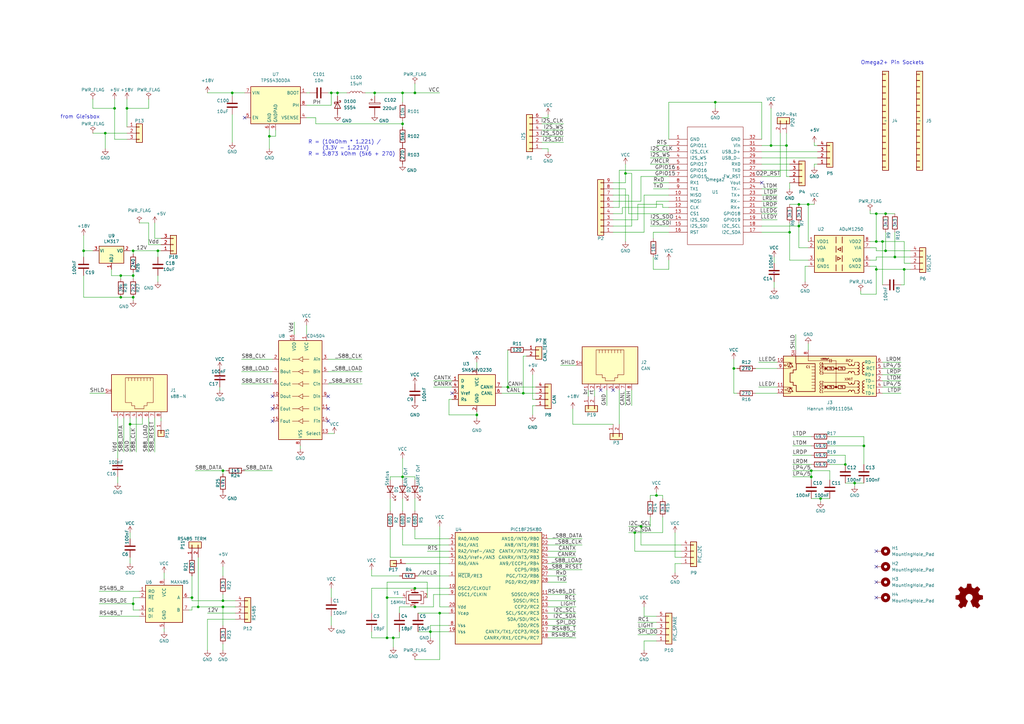
<source format=kicad_sch>
(kicad_sch (version 20230121) (generator eeschema)
  (paper "A3")
  (title_block (title "Smallest Rocrail Server Ever II") (date "2024-04-13") (rev "1.82") (company "Gerhard Bertelsmann") (comment 3 "http://lnxpps.de/maerklin/srse2") (comment 4 "Gleisbox 60113/6 connected / JLCPCB"))
  (junction (at 110.49 55.88))
  (junction (at 49.53 113.03))
  (junction (at 78.74 245.11))
  (junction (at 323.85 95.25))
  (junction (at 327.66 83.82))
  (junction (at 327.66 92.71))
  (junction (at 332.74 195.58))
  (junction (at 165.1 50.8))
  (junction (at 214.63 161.29))
  (junction (at 363.22 87.63))
  (junction (at 165.1 38.1))
  (junction (at 300.99 151.13))
  (junction (at 367.03 105.41))
  (junction (at 52.07 44.45))
  (junction (at 135.89 38.1))
  (junction (at 170.18 248.92))
  (junction (at 43.18 54.61))
  (junction (at 331.47 83.82))
  (junction (at 176.53 259.08))
  (junction (at 260.35 218.44))
  (junction (at 49.53 121.92))
  (junction (at 91.44 193.04))
  (junction (at 153.67 38.1))
  (junction (at 370.84 110.49))
  (junction (at 46.99 44.45))
  (junction (at 208.28 158.75))
  (junction (at 346.71 190.5))
  (junction (at 363.22 102.87))
  (junction (at 158.75 245.11))
  (junction (at 180.34 251.46))
  (junction (at 359.41 99.06))
  (junction (at 332.74 193.04))
  (junction (at 138.43 38.1))
  (junction (at 170.18 38.1))
  (junction (at 158.75 261.62))
  (junction (at 95.25 38.1))
  (junction (at 350.52 198.12))
  (junction (at 336.55 204.47))
  (junction (at 293.37 41.91))
  (junction (at 54.61 102.87))
  (junction (at 54.61 113.03))
  (junction (at 64.77 102.87))
  (junction (at 161.29 261.62))
  (junction (at 256.54 71.12))
  (junction (at 34.29 102.87))
  (junction (at 359.41 87.63))
  (junction (at 81.28 248.92))
  (junction (at 54.61 247.65))
  (junction (at 54.61 121.92))
  (junction (at 53.34 173.99))
  (junction (at 262.89 215.9))
  (junction (at 322.58 59.69))
  (junction (at 269.24 203.2))
  (junction (at 170.18 241.3))
  (junction (at 361.95 99.06))
  (junction (at 165.1 195.58))
  (junction (at 91.44 248.92))
  (junction (at 359.41 110.49))
  (junction (at 316.23 59.69))
  (junction (at 354.33 182.88))
  (junction (at 91.44 246.38))
  (junction (at 195.58 170.18))
  (no_connect (at 134.62 162.56))
  (no_connect (at 312.42 74.93))
  (no_connect (at 359.41 245.11))
  (no_connect (at 246.38 160.02))
  (no_connect (at 100.33 48.26))
  (no_connect (at 359.41 226.06))
  (no_connect (at 185.42 161.29))
  (no_connect (at 251.46 160.02))
  (no_connect (at 359.41 232.41))
  (no_connect (at 359.41 238.76))
  (no_connect (at 111.76 167.64))
  (no_connect (at 111.76 162.56))
  (no_connect (at 111.76 172.72))
  (no_connect (at 134.62 172.72))
  (no_connect (at 134.62 167.64))
  (wire (pts (xy 259.08 92.71) (xy 259.08 71.12)))
  (wire (pts (xy 165.1 217.17) (xy 165.1 223.52)))
  (wire (pts (xy 224.79 236.22) (xy 232.41 236.22)))
  (wire (pts (xy 356.87 87.63) (xy 359.41 87.63)))
  (wire (pts (xy 370.84 116.84) (xy 369.57 116.84)))
  (wire (pts (xy 322.58 54.61) (xy 322.58 59.69)))
  (wire (pts (xy 300.99 161.29) (xy 300.99 151.13)))
  (wire (pts (xy 184.15 256.54) (xy 176.53 256.54)))
  (wire (pts (xy 271.78 218.44) (xy 271.78 212.09)))
  (wire (pts (xy 170.18 241.3) (xy 184.15 241.3)))
  (wire (pts (xy 302.26 161.29) (xy 300.99 161.29)))
  (wire (pts (xy 171.45 259.08) (xy 176.53 259.08)))
  (wire (pts (xy 77.47 245.11) (xy 78.74 245.11)))
  (wire (pts (xy 165.1 223.52) (xy 184.15 223.52)))
  (wire (pts (xy 251.46 82.55) (xy 262.89 82.55)))
  (wire (pts (xy 323.85 106.68) (xy 331.47 106.68)))
  (wire (pts (xy 180.34 248.92) (xy 180.34 215.9)))
  (wire (pts (xy 331.47 83.82) (xy 331.47 99.06)))
  (wire (pts (xy 171.45 251.46) (xy 180.34 251.46)))
  (wire (pts (xy 222.25 55.88) (xy 231.14 55.88)))
  (wire (pts (xy 170.18 195.58) (xy 170.18 196.85)))
  (wire (pts (xy 110.49 53.34) (xy 110.49 55.88)))
  (wire (pts (xy 267.97 105.41) (xy 267.97 110.49)))
  (wire (pts (xy 359.41 99.06) (xy 361.95 99.06)))
  (wire (pts (xy 38.1 54.61) (xy 43.18 54.61)))
  (wire (pts (xy 40.64 242.57) (xy 57.15 242.57)))
  (wire (pts (xy 325.12 190.5) (xy 332.74 190.5)))
  (wire (pts (xy 138.43 38.1) (xy 138.43 39.37)))
  (wire (pts (xy 208.28 143.51) (xy 208.28 158.75)))
  (wire (pts (xy 312.42 80.01) (xy 318.77 80.01)))
  (wire (pts (xy 346.71 190.5) (xy 340.36 190.5)))
  (wire (pts (xy 316.23 59.69) (xy 322.58 59.69)))
  (wire (pts (xy 34.29 113.03) (xy 34.29 121.92)))
  (wire (pts (xy 54.61 121.92) (xy 54.61 123.19)))
  (wire (pts (xy 175.26 245.11) (xy 175.26 238.76)))
  (wire (pts (xy 267.97 110.49) (xy 274.32 110.49)))
  (wire (pts (xy 359.41 102.87) (xy 363.22 102.87)))
  (wire (pts (xy 334.01 58.42) (xy 334.01 59.69)))
  (wire (pts (xy 261.62 255.27) (xy 269.24 255.27)))
  (wire (pts (xy 170.18 34.29) (xy 170.18 38.1)))
  (wire (pts (xy 218.44 166.37) (xy 218.44 170.18)))
  (wire (pts (xy 370.84 110.49) (xy 370.84 116.84)))
  (wire (pts (xy 323.85 91.44) (xy 323.85 95.25)))
  (wire (pts (xy 256.54 74.93) (xy 251.46 74.93)))
  (wire (pts (xy 125.73 133.35) (xy 125.73 137.16)))
  (wire (pts (xy 149.86 38.1) (xy 153.67 38.1)))
  (wire (pts (xy 185.42 158.75) (xy 177.8 158.75)))
  (wire (pts (xy 340.36 182.88) (xy 354.33 182.88)))
  (wire (pts (xy 256.54 77.47) (xy 256.54 99.06)))
  (wire (pts (xy 184.15 236.22) (xy 171.45 236.22)))
  (wire (pts (xy 214.63 146.05) (xy 214.63 161.29)))
  (wire (pts (xy 135.89 43.18) (xy 135.89 38.1)))
  (wire (pts (xy 54.61 113.03) (xy 54.61 114.3)))
  (wire (pts (xy 224.79 223.52) (xy 238.76 223.52)))
  (wire (pts (xy 300.99 147.32) (xy 300.99 151.13)))
  (wire (pts (xy 85.09 254) (xy 85.09 266.7)))
  (wire (pts (xy 257.81 218.44) (xy 260.35 218.44)))
  (wire (pts (xy 113.03 53.34) (xy 113.03 55.88)))
  (wire (pts (xy 279.4 226.06) (xy 260.35 226.06)))
  (wire (pts (xy 251.46 85.09) (xy 254 85.09)))
  (wire (pts (xy 274.32 90.17) (xy 266.7 90.17)))
  (wire (pts (xy 163.83 261.62) (xy 163.83 259.08)))
  (wire (pts (xy 326.39 143.51) (xy 326.39 137.16)))
  (wire (pts (xy 53.34 228.6) (xy 53.34 231.14)))
  (wire (pts (xy 91.44 243.84) (xy 91.44 246.38)))
  (wire (pts (xy 165.1 187.96) (xy 165.1 195.58)))
  (wire (pts (xy 49.53 113.03) (xy 49.53 114.3)))
  (wire (pts (xy 276.86 218.44) (xy 276.86 228.6)))
  (wire (pts (xy 336.55 204.47) (xy 340.36 204.47)))
  (wire (pts (xy 49.53 121.92) (xy 54.61 121.92)))
  (wire (pts (xy 274.32 64.77) (xy 266.7 64.77)))
  (wire (pts (xy 166.37 231.14) (xy 184.15 231.14)))
  (wire (pts (xy 134.62 38.1) (xy 135.89 38.1)))
  (wire (pts (xy 224.79 231.14) (xy 238.76 231.14)))
  (wire (pts (xy 224.79 243.84) (xy 236.22 243.84)))
  (wire (pts (xy 312.42 87.63) (xy 318.77 87.63)))
  (wire (pts (xy 248.92 160.02) (xy 248.92 166.37)))
  (wire (pts (xy 254 85.09) (xy 254 69.85)))
  (wire (pts (xy 264.16 262.89) (xy 264.16 266.7)))
  (wire (pts (xy 332.74 195.58) (xy 332.74 196.85)))
  (wire (pts (xy 224.79 46.99) (xy 224.79 48.26)))
  (wire (pts (xy 90.17 158.75) (xy 90.17 160.02)))
  (wire (pts (xy 125.73 48.26) (xy 129.54 48.26)))
  (wire (pts (xy 312.42 82.55) (xy 318.77 82.55)))
  (wire (pts (xy 327.66 101.6) (xy 331.47 101.6)))
  (wire (pts (xy 60.96 44.45) (xy 52.07 44.45)))
  (wire (pts (xy 91.44 232.41) (xy 91.44 236.22)))
  (wire (pts (xy 224.79 254) (xy 236.22 254)))
  (wire (pts (xy 180.34 270.51) (xy 170.18 270.51)))
  (wire (pts (xy 129.54 50.8) (xy 165.1 50.8)))
  (wire (pts (xy 160.02 204.47) (xy 160.02 209.55)))
  (wire (pts (xy 316.23 44.45) (xy 316.23 59.69)))
  (wire (pts (xy 356.87 87.63) (xy 356.87 86.36)))
  (wire (pts (xy 80.01 193.04) (xy 91.44 193.04)))
  (wire (pts (xy 370.84 107.95) (xy 373.38 107.95)))
  (wire (pts (xy 361.95 116.84) (xy 361.95 99.06)))
  (wire (pts (xy 251.46 173.99) (xy 234.95 173.99)))
  (wire (pts (xy 54.61 247.65) (xy 54.61 250.19)))
  (wire (pts (xy 257.81 87.63) (xy 274.32 87.63)))
  (wire (pts (xy 312.42 95.25) (xy 323.85 95.25)))
  (wire (pts (xy 269.24 201.93) (xy 269.24 203.2)))
  (wire (pts (xy 163.83 248.92) (xy 170.18 248.92)))
  (wire (pts (xy 48.26 195.58) (xy 48.26 198.12)))
  (wire (pts (xy 218.44 153.67) (xy 218.44 163.83)))
  (wire (pts (xy 325.12 195.58) (xy 332.74 195.58)))
  (wire (pts (xy 91.44 248.92) (xy 91.44 256.54)))
  (wire (pts (xy 54.61 250.19) (xy 57.15 250.19)))
  (wire (pts (xy 43.18 54.61) (xy 52.07 54.61)))
  (wire (pts (xy 177.8 248.92) (xy 177.8 243.84)))
  (wire (pts (xy 160.02 195.58) (xy 160.02 196.85)))
  (wire (pts (xy 323.85 72.39) (xy 322.58 72.39)))
  (wire (pts (xy 63.5 171.45) (xy 63.5 185.42)))
  (wire (pts (xy 64.77 105.41) (xy 64.77 102.87)))
  (wire (pts (xy 170.18 217.17) (xy 170.18 220.98)))
  (wire (pts (xy 125.73 43.18) (xy 135.89 43.18)))
  (wire (pts (xy 152.4 241.3) (xy 170.18 241.3)))
  (wire (pts (xy 123.19 182.88) (xy 123.19 184.15)))
  (wire (pts (xy 224.79 220.98) (xy 238.76 220.98)))
  (wire (pts (xy 312.42 64.77) (xy 335.28 64.77)))
  (wire (pts (xy 67.31 257.81) (xy 67.31 259.08)))
  (wire (pts (xy 356.87 109.22) (xy 359.41 109.22)))
  (wire (pts (xy 363.22 102.87) (xy 373.38 102.87)))
  (wire (pts (xy 195.58 171.45) (xy 195.58 170.18)))
  (wire (pts (xy 325.12 182.88) (xy 332.74 182.88)))
  (wire (pts (xy 208.28 158.75) (xy 219.71 158.75)))
  (wire (pts (xy 34.29 96.52) (xy 34.29 102.87)))
  (wire (pts (xy 260.35 218.44) (xy 271.78 218.44)))
  (wire (pts (xy 361.95 153.67) (xy 369.57 153.67)))
  (wire (pts (xy 52.07 44.45) (xy 52.07 52.07)))
  (wire (pts (xy 78.74 250.19) (xy 78.74 248.92)))
  (wire (pts (xy 54.61 245.11) (xy 54.61 247.65)))
  (wire (pts (xy 359.41 110.49) (xy 359.41 120.65)))
  (wire (pts (xy 356.87 101.6) (xy 359.41 101.6)))
  (wire (pts (xy 312.42 92.71) (xy 327.66 92.71)))
  (wire (pts (xy 363.22 87.63) (xy 367.03 87.63)))
  (wire (pts (xy 317.5 105.41) (xy 317.5 107.95)))
  (wire (pts (xy 165.1 245.11) (xy 158.75 245.11)))
  (wire (pts (xy 153.67 38.1) (xy 165.1 38.1)))
  (wire (pts (xy 34.29 105.41) (xy 34.29 102.87)))
  (wire (pts (xy 135.89 38.1) (xy 138.43 38.1)))
  (wire (pts (xy 257.81 215.9) (xy 262.89 215.9)))
  (wire (pts (xy 129.54 48.26) (xy 129.54 50.8)))
  (wire (pts (xy 359.41 120.65) (xy 353.06 120.65)))
  (wire (pts (xy 78.74 248.92) (xy 81.28 248.92)))
  (wire (pts (xy 318.77 148.59) (xy 311.15 148.59)))
  (wire (pts (xy 274.32 59.69) (xy 269.24 59.69)))
  (wire (pts (xy 271.78 83.82) (xy 271.78 85.09)))
  (wire (pts (xy 274.32 110.49) (xy 274.32 106.68)))
  (wire (pts (xy 58.42 171.45) (xy 58.42 173.99)))
  (wire (pts (xy 165.1 195.58) (xy 165.1 196.85)))
  (wire (pts (xy 312.42 77.47) (xy 318.77 77.47)))
  (wire (pts (xy 152.4 241.3) (xy 152.4 251.46)))
  (wire (pts (xy 45.72 110.49) (xy 45.72 113.03)))
  (wire (pts (xy 359.41 109.22) (xy 359.41 110.49)))
  (wire (pts (xy 332.74 193.04) (xy 332.74 195.58)))
  (wire (pts (xy 60.96 100.33) (xy 60.96 91.44)))
  (wire (pts (xy 251.46 90.17) (xy 261.62 90.17)))
  (wire (pts (xy 340.36 193.04) (xy 340.36 196.85)))
  (wire (pts (xy 170.18 38.1) (xy 180.34 38.1)))
  (wire (pts (xy 361.95 148.59) (xy 369.57 148.59)))
  (wire (pts (xy 66.04 102.87) (xy 64.77 102.87)))
  (wire (pts (xy 66.04 100.33) (xy 60.96 100.33)))
  (wire (pts (xy 224.79 233.68) (xy 238.76 233.68)))
  (wire (pts (xy 92.71 193.04) (xy 91.44 193.04)))
  (wire (pts (xy 359.41 106.68) (xy 356.87 106.68)))
  (wire (pts (xy 274.32 74.93) (xy 267.97 74.93)))
  (wire (pts (xy 312.42 72.39) (xy 320.04 72.39)))
  (wire (pts (xy 58.42 173.99) (xy 53.34 173.99)))
  (wire (pts (xy 219.71 166.37) (xy 218.44 166.37)))
  (wire (pts (xy 325.12 193.04) (xy 332.74 193.04)))
  (wire (pts (xy 336.55 204.47) (xy 336.55 205.74)))
  (wire (pts (xy 46.99 40.64) (xy 46.99 44.45)))
  (wire (pts (xy 170.18 220.98) (xy 184.15 220.98)))
  (wire (pts (xy 180.34 251.46) (xy 184.15 251.46)))
  (wire (pts (xy 195.58 151.13) (xy 195.58 148.59)))
  (wire (pts (xy 214.63 161.29) (xy 219.71 161.29)))
  (wire (pts (xy 53.34 218.44) (xy 53.34 220.98)))
  (wire (pts (xy 81.28 228.6) (xy 81.28 248.92)))
  (wire (pts (xy 78.74 245.11) (xy 78.74 246.38)))
  (wire (pts (xy 257.81 80.01) (xy 257.81 87.63)))
  (wire (pts (xy 262.89 72.39) (xy 274.32 72.39)))
  (wire (pts (xy 175.26 238.76) (xy 158.75 238.76)))
  (wire (pts (xy 158.75 261.62) (xy 161.29 261.62)))
  (wire (pts (xy 165.1 49.53) (xy 165.1 50.8)))
  (wire (pts (xy 346.71 198.12) (xy 350.52 198.12)))
  (wire (pts (xy 160.02 217.17) (xy 160.02 228.6)))
  (wire (pts (xy 36.83 161.29) (xy 43.18 161.29)))
  (wire (pts (xy 274.32 57.15) (xy 274.32 41.91)))
  (wire (pts (xy 176.53 259.08) (xy 184.15 259.08)))
  (wire (pts (xy 135.89 241.3) (xy 135.89 245.11)))
  (wire (pts (xy 264.16 80.01) (xy 264.16 95.25)))
  (wire (pts (xy 361.95 156.21) (xy 369.57 156.21)))
  (wire (pts (xy 40.64 247.65) (xy 54.61 247.65)))
  (wire (pts (xy 224.79 238.76) (xy 232.41 238.76)))
  (wire (pts (xy 158.75 238.76) (xy 158.75 245.11)))
  (wire (pts (xy 158.75 245.11) (xy 158.75 261.62)))
  (wire (pts (xy 261.62 257.81) (xy 269.24 257.81)))
  (wire (pts (xy 335.28 67.31) (xy 334.01 67.31)))
  (wire (pts (xy 251.46 80.01) (xy 257.81 80.01)))
  (wire (pts (xy 77.47 250.19) (xy 78.74 250.19)))
  (wire (pts (xy 205.74 161.29) (xy 214.63 161.29)))
  (wire (pts (xy 66.04 97.79) (xy 63.5 97.79)))
  (wire (pts (xy 255.27 85.09) (xy 269.24 85.09)))
  (wire (pts (xy 327.66 91.44) (xy 327.66 92.71)))
  (wire (pts (xy 331.47 143.51) (xy 331.47 140.97)))
  (wire (pts (xy 64.77 102.87) (xy 54.61 102.87)))
  (wire (pts (xy 224.79 60.96) (xy 224.79 62.23)))
  (wire (pts (xy 152.4 236.22) (xy 152.4 233.68)))
  (wire (pts (xy 327.66 92.71) (xy 327.66 101.6)))
  (wire (pts (xy 205.74 158.75) (xy 208.28 158.75)))
  (wire (pts (xy 55.88 185.42) (xy 55.88 171.45)))
  (wire (pts (xy 34.29 121.92) (xy 49.53 121.92)))
  (wire (pts (xy 359.41 87.63) (xy 363.22 87.63)))
  (wire (pts (xy 274.32 95.25) (xy 267.97 95.25)))
  (wire (pts (xy 243.84 160.02) (xy 243.84 162.56)))
  (wire (pts (xy 113.03 55.88) (xy 110.49 55.88)))
  (wire (pts (xy 45.72 113.03) (xy 49.53 113.03)))
  (wire (pts (xy 134.62 147.32) (xy 148.59 147.32)))
  (wire (pts (xy 256.54 160.02) (xy 256.54 166.37)))
  (wire (pts (xy 318.77 151.13) (xy 309.88 151.13)))
  (wire (pts (xy 269.24 82.55) (xy 274.32 82.55)))
  (wire (pts (xy 78.74 236.22) (xy 78.74 245.11)))
  (wire (pts (xy 170.18 204.47) (xy 170.18 209.55)))
  (wire (pts (xy 46.99 57.15) (xy 52.07 57.15)))
  (wire (pts (xy 60.96 40.64) (xy 60.96 44.45)))
  (wire (pts (xy 269.24 252.73) (xy 264.16 252.73)))
  (wire (pts (xy 53.34 102.87) (xy 54.61 102.87)))
  (wire (pts (xy 361.95 99.06) (xy 370.84 99.06)))
  (wire (pts (xy 177.8 243.84) (xy 184.15 243.84)))
  (wire (pts (xy 312.42 41.91) (xy 312.42 57.15)))
  (wire (pts (xy 267.97 95.25) (xy 267.97 97.79)))
  (wire (pts (xy 224.79 256.54) (xy 236.22 256.54)))
  (wire (pts (xy 251.46 92.71) (xy 259.08 92.71)))
  (wire (pts (xy 43.18 54.61) (xy 43.18 60.96)))
  (wire (pts (xy 334.01 59.69) (xy 335.28 59.69)))
  (wire (pts (xy 325.12 186.69) (xy 332.74 186.69)))
  (wire (pts (xy 356.87 99.06) (xy 359.41 99.06)))
  (wire (pts (xy 353.06 120.65) (xy 353.06 119.38)))
  (wire (pts (xy 46.99 44.45) (xy 46.99 57.15)))
  (wire (pts (xy 318.77 161.29) (xy 309.88 161.29)))
  (wire (pts (xy 34.29 102.87) (xy 38.1 102.87)))
  (wire (pts (xy 91.44 264.16) (xy 91.44 266.7)))
  (wire (pts (xy 271.78 203.2) (xy 271.78 204.47)))
  (wire (pts (xy 176.53 259.08) (xy 176.53 261.62)))
  (wire (pts (xy 99.06 152.4) (xy 111.76 152.4)))
  (wire (pts (xy 60.96 171.45) (xy 60.96 185.42)))
  (wire (pts (xy 224.79 259.08) (xy 236.22 259.08)))
  (wire (pts (xy 134.62 177.8) (xy 137.16 177.8)))
  (wire (pts (xy 53.34 173.99) (xy 53.34 185.42)))
  (wire (pts (xy 293.37 41.91) (xy 293.37 44.45)))
  (wire (pts (xy 218.44 163.83) (xy 219.71 163.83)))
  (wire (pts (xy 195.58 168.91) (xy 195.58 170.18)))
  (wire (pts (xy 359.41 105.41) (xy 359.41 106.68)))
  (wire (pts (xy 370.84 99.06) (xy 370.84 107.95)))
  (wire (pts (xy 359.41 105.41) (xy 367.03 105.41)))
  (wire (pts (xy 271.78 85.09) (xy 274.32 85.09)))
  (wire (pts (xy 91.44 248.92) (xy 96.52 248.92)))
  (wire (pts (xy 361.95 151.13) (xy 369.57 151.13)))
  (wire (pts (xy 54.61 113.03) (xy 54.61 111.76)))
  (wire (pts (xy 85.09 38.1) (xy 95.25 38.1)))
  (wire (pts (xy 262.89 82.55) (xy 262.89 72.39)))
  (wire (pts (xy 293.37 41.91) (xy 312.42 41.91)))
  (wire (pts (xy 367.03 105.41) (xy 373.38 105.41)))
  (wire (pts (xy 54.61 102.87) (xy 54.61 104.14)))
  (wire (pts (xy 340.36 186.69) (xy 346.71 186.69)))
  (wire (pts (xy 234.95 173.99) (xy 234.95 167.64)))
  (wire (pts (xy 40.64 252.73) (xy 57.15 252.73)))
  (wire (pts (xy 274.32 62.23) (xy 266.7 62.23)))
  (wire (pts (xy 176.53 256.54) (xy 176.53 259.08)))
  (wire (pts (xy 134.62 157.48) (xy 148.59 157.48)))
  (wire (pts (xy 95.25 38.1) (xy 95.25 39.37)))
  (wire (pts (xy 323.85 83.82) (xy 327.66 83.82)))
  (wire (pts (xy 224.79 246.38) (xy 236.22 246.38)))
  (wire (pts (xy 266.7 204.47) (xy 266.7 203.2)))
  (wire (pts (xy 195.58 170.18) (xy 184.15 170.18)))
  (wire (pts (xy 354.33 179.07) (xy 354.33 182.88)))
  (wire (pts (xy 222.25 58.42) (xy 231.14 58.42)))
  (wire (pts (xy 38.1 40.64) (xy 38.1 44.45)))
  (wire (pts (xy 255.27 87.63) (xy 255.27 85.09)))
  (wire (pts (xy 251.46 87.63) (xy 255.27 87.63)))
  (wire (pts (xy 350.52 198.12) (xy 350.52 199.39)))
  (wire (pts (xy 135.89 252.73) (xy 135.89 256.54)))
  (wire (pts (xy 63.5 97.79) (xy 63.5 91.44)))
  (wire (pts (xy 66.04 171.45) (xy 66.04 172.72)))
  (wire (pts (xy 317.5 115.57) (xy 317.5 118.11)))
  (wire (pts (xy 256.54 71.12) (xy 256.54 74.93)))
  (wire (pts (xy 224.79 226.06) (xy 236.22 226.06)))
  (wire (pts (xy 312.42 85.09) (xy 318.77 85.09)))
  (wire (pts (xy 312.42 90.17) (xy 318.77 90.17)))
  (wire (pts (xy 224.79 261.62) (xy 236.22 261.62)))
  (wire (pts (xy 165.1 204.47) (xy 165.1 209.55)))
  (wire (pts (xy 165.1 38.1) (xy 170.18 38.1)))
  (wire (pts (xy 359.41 99.06) (xy 359.41 87.63)))
  (wire (pts (xy 222.25 60.96) (xy 224.79 60.96)))
  (wire (pts (xy 264.16 248.92) (xy 264.16 252.73)))
  (wire (pts (xy 256.54 67.31) (xy 256.54 71.12)))
  (wire (pts (xy 331.47 109.22) (xy 330.2 109.22)))
  (wire (pts (xy 110.49 55.88) (xy 110.49 60.96)))
  (wire (pts (xy 125.73 38.1) (xy 127 38.1)))
  (wire (pts (xy 53.34 171.45) (xy 53.34 173.99)))
  (wire (pts (xy 320.04 72.39) (xy 320.04 54.61)))
  (wire (pts (xy 312.42 62.23) (xy 335.28 62.23)))
  (wire (pts (xy 160.02 195.58) (xy 165.1 195.58)))
  (wire (pts (xy 340.36 179.07) (xy 354.33 179.07)))
  (wire (pts (xy 269.24 85.09) (xy 269.24 82.55)))
  (wire (pts (xy 279.4 231.14) (xy 276.86 231.14)))
  (wire (pts (xy 160.02 228.6) (xy 184.15 228.6)))
  (wire (pts (xy 184.15 163.83) (xy 185.42 163.83)))
  (wire (pts (xy 99.06 157.48) (xy 111.76 157.48)))
  (wire (pts (xy 224.79 48.26) (xy 222.25 48.26)))
  (wire (pts (xy 241.3 160.02) (xy 241.3 162.56)))
  (wire (pts (xy 229.87 149.86) (xy 236.22 149.86)))
  (wire (pts (xy 161.29 261.62) (xy 161.29 265.43)))
  (wire (pts (xy 279.4 223.52) (xy 262.89 223.52)))
  (wire (pts (xy 350.52 198.12) (xy 354.33 198.12)))
  (wire (pts (xy 222.25 53.34) (xy 231.14 53.34)))
  (wire (pts (xy 370.84 110.49) (xy 373.38 110.49)))
  (wire (pts (xy 363.22 95.25) (xy 363.22 102.87)))
  (wire (pts (xy 330.2 109.22) (xy 330.2 115.57)))
  (wire (pts (xy 323.85 74.93) (xy 323.85 77.47)))
  (wire (pts (xy 161.29 261.62) (xy 163.83 261.62)))
  (wire (pts (xy 222.25 50.8) (xy 231.14 50.8)))
  (wire (pts (xy 302.26 151.13) (xy 300.99 151.13)))
  (wire (pts (xy 138.43 38.1) (xy 142.24 38.1)))
  (wire (pts (xy 361.95 161.29) (xy 369.57 161.29)))
  (wire (pts (xy 259.08 71.12) (xy 256.54 71.12)))
  (wire (pts (xy 170.18 248.92) (xy 177.8 248.92)))
  (wire (pts (xy 276.86 231.14) (xy 276.86 234.95)))
  (wire (pts (xy 49.53 113.03) (xy 54.61 113.03)))
  (wire (pts (xy 152.4 236.22) (xy 163.83 236.22)))
  (wire (pts (xy 95.25 46.99) (xy 95.25 58.42)))
  (wire (pts (xy 177.8 156.21) (xy 185.42 156.21)))
  (wire (pts (xy 134.62 152.4) (xy 148.59 152.4)))
  (wire (pts (xy 165.1 38.1) (xy 165.1 41.91)))
  (wire (pts (xy 152.4 259.08) (xy 152.4 261.62)))
  (wire (pts (xy 180.34 251.46) (xy 180.34 270.51)))
  (wire (pts (xy 261.62 90.17) (xy 261.62 83.82)))
  (wire (pts (xy 165.1 195.58) (xy 170.18 195.58)))
  (wire (pts (xy 274.32 41.91) (xy 293.37 41.91)))
  (wire (pts (xy 359.41 101.6) (xy 359.41 102.87)))
  (wire (pts (xy 78.74 246.38) (xy 91.44 246.38)))
  (wire (pts (xy 184.15 226.06) (xy 175.26 226.06)))
  (wire (pts (xy 261.62 260.35) (xy 269.24 260.35)))
  (wire (pts (xy 260.35 226.06) (xy 260.35 218.44)))
  (wire (pts (xy 262.89 215.9) (xy 266.7 215.9)))
  (wire (pts (xy 96.52 251.46) (xy 85.09 251.46)))
  (wire (pts (xy 274.32 77.47) (xy 267.97 77.47)))
  (wire (pts (xy 312.42 67.31) (xy 323.85 67.31)))
  (wire (pts (xy 57.15 245.11) (xy 54.61 245.11)))
  (wire (pts (xy 163.83 251.46) (xy 163.83 248.92)))
  (wire (pts (xy 361.95 158.75) (xy 369.57 158.75)))
  (wire (pts (xy 264.16 95.25) (xy 251.46 95.25)))
  (wire (pts (xy 224.79 251.46) (xy 236.22 251.46)))
  (wire (pts (xy 184.15 248.92) (xy 180.34 248.92)))
  (wire (pts (xy 100.33 193.04) (xy 111.76 193.04)))
  (wire (pts (xy 95.25 38.1) (xy 100.33 38.1)))
  (wire (pts (xy 367.03 95.25) (xy 367.03 105.41)))
  (wire (pts (xy 224.79 248.92) (xy 236.22 248.92)))
  (wire (pts (xy 274.32 80.01) (xy 264.16 80.01)))
  (wire (pts (xy 224.79 228.6) (xy 236.22 228.6)))
  (wire (pts (xy 67.31 237.49) (xy 67.31 234.95)))
  (wire (pts (xy 312.42 69.85) (xy 323.85 69.85)))
  (wire (pts (xy 251.46 77.47) (xy 256.54 77.47)))
  (wire (pts (xy 334.01 83.82) (xy 331.47 83.82)))
  (wire (pts (xy 332.74 204.47) (xy 336.55 204.47)))
  (wire (pts (xy 274.32 67.31) (xy 266.7 67.31)))
  (wire (pts (xy 269.24 262.89) (xy 264.16 262.89)))
  (wire (pts (xy 184.15 170.18) (xy 184.15 163.83)))
  (wire (pts (xy 262.89 223.52) (xy 262.89 215.9)))
  (wire (pts (xy 99.06 147.32) (xy 111.76 147.32)))
  (wire (pts (xy 323.85 95.25) (xy 323.85 106.68)))
  (wire (pts (xy 332.74 193.04) (xy 340.36 193.04)))
  (wire (pts (xy 259.08 160.02) (xy 259.08 166.37)))
  (wire (pts (xy 64.77 113.03) (xy 64.77 115.57)))
  (wire (pts (xy 266.7 215.9) (xy 266.7 212.09)))
  (wire (pts (xy 254 160.02) (xy 254 173.99)))
  (wire (pts (xy 153.67 38.1) (xy 153.67 39.37)))
  (wire (pts (xy 91.44 246.38) (xy 96.52 246.38)))
  (wire (pts (xy 120.65 137.16) (xy 120.65 132.08)))
  (wire (pts (xy 276.86 228.6) (xy 279.4 228.6)))
  (wire (pts (xy 215.9 146.05) (xy 214.63 146.05)))
  (wire (pts (xy 91.44 194.31) (xy 91.44 193.04)))
  (wire (pts (xy 269.24 203.2) (xy 271.78 203.2)))
  (wire (pts (xy 334.01 67.31) (xy 334.01 68.58)))
  (wire (pts (xy 38.1 44.45) (xy 46.99 44.45)))
  (wire (pts (xy 60.96 91.44) (xy 57.15 91.44)))
  (wire (pts (xy 50.8 171.45) (xy 50.8 185.42)))
  (wire (pts (xy 327.66 83.82) (xy 331.47 83.82)))
  (wire (pts (xy 96.52 254) (xy 85.09 254)))
  (wire (pts (xy 81.28 248.92) (xy 91.44 248.92)))
  (wire (pts (xy 261.62 83.82) (xy 271.78 83.82)))
  (wire (pts (xy 359.41 110.49) (xy 370.84 110.49)))
  (wire (pts (xy 322.58 72.39) (xy 322.58 59.69)))
  (wire (pts (xy 312.42 59.69) (xy 316.23 59.69)))
  (wire (pts (xy 48.26 171.45) (xy 48.26 187.96)))
  (wire (pts (xy 325.12 179.07) (xy 332.74 179.07)))
  (wire (pts (xy 346.71 186.69) (xy 346.71 190.5)))
  (wire (pts (xy 318.77 158.75) (xy 311.15 158.75)))
  (wire (pts (xy 354.33 182.88) (xy 354.33 190.5)))
  (wire (pts (xy 266.7 203.2) (xy 269.24 203.2)))
  (wire (pts (xy 274.32 92.71) (xy 266.7 92.71)))
  (wire (pts (xy 152.4 261.62) (xy 158.75 261.62)))
  (wire (pts (xy 165.1 50.8) (xy 165.1 52.07)))
  (wire (pts (xy 52.07 40.64) (xy 52.07 44.45)))
  (wire (pts (xy 254 69.85) (xy 274.32 69.85)))
  (text "from Gleisbox" (at 24.765 48.895 0) (effects (font (size 1.524 1.524)) (justify left bottom)))
  (text "R = (10kOhm * 1.221) /\n     (3.3V - 1.221V)\nR = 5.873 kOhm (5k6 + 270)" (at 126.365 64.135 0) (effects (font (size 1.524 1.524)) (justify left bottom)))
  (text "Omega2+ Pin Sockets" (at 353.06 26.67 0) (effects (font (size 1.524 1.524)) (justify left bottom)))
  (label "TxD" (at 232.41 238.76 180) (effects (font (size 1.524 1.524))))
  (label "LRDM" (at 369.57 148.59 180) (effects (font (size 1.524 1.524))))
  (label "S88_CLK" (at 55.88 185.42 90) (effects (font (size 1.524 1.524))))
  (label "S88_CLK" (at 99.06 147.32 0) (effects (font (size 1.524 1.524))))
  (label "CANL" (at 207.645 161.29 0) (effects (font (size 1.524 1.524))))
  (label "rt" (at 243.84 161.925 90) (effects (font (size 1.524 1.524))))
  (label "12V" (at 85.09 251.46 0) (effects (font (size 1.524 1.524))))
  (label "S88_LOAD" (at 60.96 185.42 90) (effects (font (size 1.524 1.524))))
  (label "_S88_DATA" (at 238.76 220.98 180) (effects (font (size 1.524 1.524))))
  (label "SHLD" (at 326.39 137.16 270) (effects (font (size 1.524 1.524))))
  (label "LTDM" (at 325.12 182.88 0) (effects (font (size 1.524 1.524))))
  (label "LTDP" (at 318.77 80.01 180) (effects (font (size 1.524 1.524))))
  (label "/MCLR" (at 266.7 67.31 0) (effects (font (size 1.524 1.524))))
  (label "I2S_SDO" (at 231.14 55.88 180) (effects (font (size 1.524 1.524))))
  (label "LLEDG" (at 311.15 148.59 0) (effects (font (size 1.524 1.524))))
  (label "_S88_RESET" (at 148.59 157.48 180) (effects (font (size 1.524 1.524))))
  (label "I2S_CLK" (at 231.14 50.8 180) (effects (font (size 1.524 1.524))))
  (label "CANL" (at 256.54 166.37 90) (effects (font (size 1.524 1.524))))
  (label "LLEDG" (at 318.77 87.63 180) (effects (font (size 1.524 1.524))))
  (label "LTDM" (at 318.77 77.47 180) (effects (font (size 1.524 1.524))))
  (label "_S88_CLK" (at 238.76 223.52 180) (effects (font (size 1.524 1.524))))
  (label "S88_RESET" (at 63.5 185.42 90) (effects (font (size 1.524 1.524))))
  (label "RS485_R" (at 40.64 242.57 0) (effects (font (size 1.524 1.524))))
  (label "CANRX" (at 236.22 228.6 180) (effects (font (size 1.524 1.524))))
  (label "I2S_CLK" (at 266.7 62.23 0) (effects (font (size 1.524 1.524))))
  (label "I2S_WS" (at 266.7 64.77 0) (effects (font (size 1.524 1.524))))
  (label "VCC" (at 180.34 38.1 180) (effects (font (size 1.524 1.524))))
  (label "Vdd" (at 120.65 132.08 270) (effects (font (size 1.524 1.524))))
  (label "LIGHT" (at 261.62 257.81 0) (effects (font (size 1.524 1.524))))
  (label "_S88_RESET" (at 238.76 233.68 180) (effects (font (size 1.524 1.524))))
  (label "LRDP" (at 318.77 85.09 180) (effects (font (size 1.524 1.524))))
  (label "S88_DATA" (at 50.8 185.42 90) (effects (font (size 1.524 1.524))))
  (label "Vdd" (at 48.26 185.42 90) (effects (font (size 1.524 1.524))))
  (label "_S88_CLK" (at 148.59 147.32 180) (effects (font (size 1.524 1.524))))
  (label "_S88_LOAD" (at 148.59 152.4 180) (effects (font (size 1.524 1.524))))
  (label "LRDM" (at 318.77 82.55 180) (effects (font (size 1.524 1.524))))
  (label "LRDP" (at 325.12 186.69 0) (effects (font (size 1.524 1.524))))
  (label "I2S_WS" (at 231.14 53.34 180) (effects (font (size 1.524 1.524))))
  (label "CANH" (at 259.08 166.37 90) (effects (font (size 1.524 1.524))))
  (label "LP4{slash}5" (at 325.12 193.04 0) (effects (font (size 1.524 1.524))))
  (label "RS485_T" (at 40.64 252.73 0) (effects (font (size 1.524 1.524))))
  (label "CANTX" (at 177.8 156.21 0) (effects (font (size 1.524 1.524))))
  (label "_S88_DATA" (at 111.76 193.04 180) (effects (font (size 1.524 1.524))))
  (label "RC1" (at 236.22 246.38 180) (effects (font (size 1.524 1.524))))
  (label "RS485_DE" (at 40.64 247.65 0) (effects (font (size 1.524 1.524))))
  (label "12V" (at 60.325 102.87 180) (effects (font (size 1.524 1.524))))
  (label "CANH" (at 208.28 158.75 0) (effects (font (size 1.524 1.524))))
  (label "I2C_SDA" (at 236.22 254 180) (effects (font (size 1.524 1.524))))
  (label "GPIO16" (at 268.605 69.85 0) (effects (font (size 1.524 1.524))))
  (label "S88_DATA" (at 80.01 193.04 0) (effects (font (size 1.524 1.524))))
  (label "I2S_SDO" (at 266.7 90.17 0) (effects (font (size 1.524 1.524))))
  (label "LP4{slash}5" (at 369.57 158.75 180) (effects (font (size 1.524 1.524))))
  (label "CANTX" (at 236.22 226.06 180) (effects (font (size 1.524 1.524))))
  (label "LIGHT" (at 236.22 248.92 180) (effects (font (size 1.524 1.524))))
  (label "RC1" (at 261.62 255.27 0) (effects (font (size 1.524 1.524))))
  (label "I2C_SDA" (at 257.81 218.44 0) (effects (font (size 1.524 1.524))))
  (label "LTDP" (at 325.12 179.07 0) (effects (font (size 1.524 1.524))))
  (label "GND" (at 248.92 166.37 90) (effects (font (size 1.524 1.524))))
  (label "RS485_T" (at 236.22 259.08 180) (effects (font (size 1.524 1.524))))
  (label "LTDM" (at 369.57 156.21 180) (effects (font (size 1.524 1.524))))
  (label "LTDP" (at 369.57 161.29 180) (effects (font (size 1.524 1.524))))
  (label "RS485_R" (at 236.22 261.62 180) (effects (font (size 1.524 1.524))))
  (label "br" (at 241.3 161.925 90) (effects (font (size 1.524 1.524))))
  (label "PH" (at 128.27 43.18 0) (effects (font (size 1.524 1.524))))
  (label "RxD" (at 267.97 74.93 0) (effects (font (size 1.524 1.524))))
  (label "LLEDY" (at 311.15 158.75 0) (effects (font (size 1.524 1.524))))
  (label "LP4{slash}5" (at 325.12 195.58 0) (effects (font (size 1.524 1.524))))
  (label "SPI_DO" (at 261.62 260.35 0) (effects (font (size 1.524 1.524))))
  (label "LRDP" (at 369.57 153.67 180) (effects (font (size 1.524 1.524))))
  (label "RTS" (at 269.24 59.69 0) (effects (font (size 1.524 1.524))))
  (label "S88_LOAD" (at 99.06 152.4 0) (effects (font (size 1.524 1.524))))
  (label "SPI_DO" (at 236.22 256.54 180) (effects (font (size 1.524 1.524))))
  (label "GND" (at 53.34 185.42 90) (effects (font (size 1.524 1.524))))
  (label "RS485_DE" (at 236.22 243.84 180) (effects (font (size 1.524 1.524))))
  (label "CANRX" (at 177.8 158.75 0) (effects (font (size 1.524 1.524))))
  (label "RxD" (at 232.41 236.22 180) (effects (font (size 1.524 1.524))))
  (label "O2P_RST" (at 320.04 72.39 180) (effects (font (size 1.524 1.524))))
  (label "TxD" (at 267.97 77.47 0) (effects (font (size 1.524 1.524))))
  (label "SHLD" (at 36.83 161.29 0) (effects (font (size 1.524 1.524))))
  (label "_S88_LOAD" (at 238.76 231.14 180) (effects (font (size 1.524 1.524))))
  (label "/MCLR" (at 171.45 236.22 0) (effects (font (size 1.524 1.524))))
  (label "I2S_SDI" (at 266.7 92.71 0) (effects (font (size 1.524 1.524))))
  (label "SHLD" (at 229.87 149.86 0) (effects (font (size 1.524 1.524))))
  (label "LP4{slash}5" (at 369.57 151.13 180) (effects (font (size 1.524 1.524))))
  (label "LRDM" (at 325.12 190.5 0) (effects (font (size 1.524 1.524))))
  (label "S88_RESET" (at 99.06 157.48 0) (effects (font (size 1.524 1.524))))
  (label "RTS" (at 175.26 226.06 0) (effects (font (size 1.524 1.524))))
  (label "I2C_SCL" (at 236.22 251.46 180) (effects (font (size 1.524 1.524))))
  (label "Vdd" (at 60.96 100.33 0) (effects (font (size 1.524 1.524))))
  (label "LLEDY" (at 318.77 90.17 180) (effects (font (size 1.524 1.524))))
  (label "I2C_SCL" (at 257.81 215.9 0) (effects (font (size 1.524 1.524))))
  (label "I2S_SDI" (at 231.14 58.42 180) (effects (font (size 1.524 1.524))))
  (label "GPIO15" (at 268.605 72.39 0) (effects (font (size 1.524 1.524))))
  (symbol (lib_id "MCU_Microchip_PIC18:PIC18F25K80_ISS") (at 204.47 241.3 0) (unit 1)
    (property "Reference" "U4" (at 186.69 217.17 0) (effects (justify left)))
    (property "Value" "PIC18F25K80" (at 222.25 217.17 0) (effects (justify right)))
    (property "Footprint" "Package_SO:SSOP-28_5.3x10.2mm_P0.65mm" (effects hide))
    (property "LCSC" "C26838" (effects hide))
  )
  (symbol (lib_id "Device:C") (at 135.89 248.92 0) (unit 1)
    (property "Reference" "C1" (at 136.525 246.38 0) (effects (justify left)))
    (property "Value" "100nF" (at 136.525 251.46 0) (effects (justify left)))
    (property "Footprint" "Capacitor_SMD:C_0805_2012Metric_Pad1.18x1.45mm_HandSolder" (effects hide))
    (property "LCSC" "C49678" (effects hide))
  )
  (symbol (lib_name "R_27") (lib_id "Device:R") (at 306.07 161.29 90) (unit 1)
    (property "Reference" "R16" (at 306.07 163.83 90))
    (property "Value" "270" (at 306.07 161.29 90))
    (property "Footprint" "Resistor_SMD:R_0805_2012Metric_Pad1.20x1.40mm_HandSolder" (effects hide))
    (property "Datasheet" "~" (at 306.07 161.29 0))
    (property "LCSC" "C17590" (effects hide))
  )
  (symbol (lib_name "R_21") (lib_id "Device:R") (at 336.55 179.07 270) (unit 1)
    (property "Reference" "R17" (at 340.995 177.8 90))
    (property "Value" "49.9" (at 336.55 179.07 90))
    (property "Footprint" "Resistor_SMD:R_0805_2012Metric_Pad1.20x1.40mm_HandSolder" (effects hide))
    (property "Datasheet" "~" (at 336.55 179.07 0))
    (property "LCSC" "C17720" (effects hide))
  )
  (symbol (lib_name "R_22") (lib_id "Device:R") (at 336.55 182.88 270) (unit 1)
    (property "Reference" "R18" (at 340.995 181.61 90))
    (property "Value" "49.9" (at 336.55 182.88 90))
    (property "Footprint" "Resistor_SMD:R_0805_2012Metric_Pad1.20x1.40mm_HandSolder" (effects hide))
    (property "Datasheet" "~" (at 336.55 182.88 0))
    (property "LCSC" "C17720" (effects hide))
  )
  (symbol (lib_name "R_23") (lib_id "Device:R") (at 336.55 186.69 270) (unit 1)
    (property "Reference" "R19" (at 340.995 185.42 90))
    (property "Value" "49.9" (at 336.55 186.69 90))
    (property "Footprint" "Resistor_SMD:R_0805_2012Metric_Pad1.20x1.40mm_HandSolder" (effects hide))
    (property "Datasheet" "~" (at 336.55 186.69 0))
    (property "LCSC" "C17720" (effects hide))
  )
  (symbol (lib_name "R_24") (lib_id "Device:R") (at 336.55 190.5 270) (unit 1)
    (property "Reference" "R20" (at 340.995 189.23 90))
    (property "Value" "49.9" (at 336.55 190.5 90))
    (property "Footprint" "Resistor_SMD:R_0805_2012Metric_Pad1.20x1.40mm_HandSolder" (effects hide))
    (property "Datasheet" "~" (at 336.55 190.5 0))
    (property "LCSC" "C17720" (effects hide))
  )
  (symbol (lib_id "Device:C") (at 346.71 194.31 0) (unit 1)
    (property "Reference" "C12" (at 347.345 191.77 0) (effects (justify left)))
    (property "Value" "100nF" (at 347.345 196.85 0) (effects (justify left)))
    (property "Footprint" "Capacitor_SMD:C_0805_2012Metric_Pad1.18x1.45mm_HandSolder" (effects hide))
    (property "LCSC" "C49678" (effects hide))
  )
  (symbol (lib_id "Device:C") (at 354.33 194.31 0) (unit 1)
    (property "Reference" "C13" (at 354.965 191.77 0) (effects (justify left)))
    (property "Value" "100nF" (at 354.965 196.85 0) (effects (justify left)))
    (property "Footprint" "Capacitor_SMD:C_0805_2012Metric_Pad1.18x1.45mm_HandSolder" (effects hide))
    (property "LCSC" "C49678" (effects hide))
  )
  (symbol (lib_id "Device:C") (at 332.74 200.66 0) (unit 1)
    (property "Reference" "C10" (at 333.375 198.12 0) (effects (justify left)))
    (property "Value" "100nF" (at 326.39 203.2 0) (effects (justify left)))
    (property "Footprint" "Capacitor_SMD:C_0805_2012Metric_Pad1.18x1.45mm_HandSolder" (effects hide))
    (property "LCSC" "C49678" (effects hide))
  )
  (symbol (lib_id "Device:C") (at 340.36 200.66 0) (unit 1)
    (property "Reference" "C11" (at 340.995 198.12 0) (effects (justify left)))
    (property "Value" "100nF" (at 334.01 203.2 0) (effects (justify left)))
    (property "Footprint" "Capacitor_SMD:C_0805_2012Metric_Pad1.18x1.45mm_HandSolder" (effects hide))
    (property "LCSC" "C49678" (effects hide))
  )
  (symbol (lib_name "R_26") (lib_id "Device:R") (at 306.07 151.13 270) (unit 1)
    (property "Reference" "R12" (at 306.07 148.59 90))
    (property "Value" "270" (at 306.07 151.13 90))
    (property "Footprint" "Resistor_SMD:R_0805_2012Metric_Pad1.20x1.40mm_HandSolder" (effects hide))
    (property "Datasheet" "~" (at 306.07 151.13 0))
    (property "LCSC" "C17590" (effects hide))
  )
  (symbol (lib_id "Device:C") (at 152.4 255.27 0) (unit 1)
    (property "Reference" "C3" (at 153.035 252.73 0) (effects (justify left)))
    (property "Value" "18pF" (at 153.035 257.81 0) (effects (justify left)))
    (property "Footprint" "Capacitor_SMD:C_0805_2012Metric" (effects hide))
    (property "LCSC" "C1797" (effects hide))
  )
  (symbol (lib_id "Device:C") (at 163.83 255.27 0) (unit 1)
    (property "Reference" "C4" (at 164.465 252.73 0) (effects (justify left)))
    (property "Value" "18pF" (at 164.465 257.81 0) (effects (justify left)))
    (property "Footprint" "Capacitor_SMD:C_0805_2012Metric" (effects hide))
    (property "LCSC" "C1797" (effects hide))
  )
  (symbol (lib_name "R_3") (lib_id "Device:R") (at 167.64 236.22 270) (unit 1)
    (property "Reference" "R4" (at 167.64 233.68 90))
    (property "Value" "4k7" (at 167.64 236.22 90))
    (property "Footprint" "Resistor_SMD:R_0805_2012Metric_Pad1.20x1.40mm_HandSolder" (effects hide))
    (property "Datasheet" "~" (at 167.64 236.22 0))
    (property "LCSC" "C17673" (effects hide))
  )
  (symbol (lib_name "R_4") (lib_id "Device:R") (at 266.7 208.28 0) (mirror x) (unit 1)
    (property "Reference" "R14" (at 268.732 208.28 90))
    (property "Value" "3k3" (at 266.7 208.28 90))
    (property "Footprint" "Resistor_SMD:R_0805_2012Metric_Pad1.20x1.40mm_HandSolder" (effects hide))
    (property "Datasheet" "~" (at 266.7 208.28 0))
    (property "LCSC" "C26010" (effects hide))
  )
  (symbol (lib_name "R_5") (lib_id "Device:R") (at 271.78 208.28 0) (unit 1)
    (property "Reference" "R15" (at 273.812 208.28 90))
    (property "Value" "3k3" (at 271.78 208.28 90))
    (property "Footprint" "Resistor_SMD:R_0805_2012Metric_Pad1.20x1.40mm_HandSolder" (effects hide))
    (property "Datasheet" "~" (at 271.78 208.28 0))
    (property "LCSC" "C26010" (effects hide))
  )
  (symbol (lib_id "SRSE2-rescue:Omega2-Omega2") (at 293.37 76.2 0) (unit 1) (in_bom no)
    (property "Reference" "U1" (at 293.37 78.74 0))
    (property "Value" "Omega2" (at 293.37 73.66 0))
    (property "Footprint" "Onion2:Omega2" (effects hide))
    (property "Datasheet" "DOCUMENTATION" (effects hide))
  )
  (symbol (lib_id "Interface_UART:SP3485CN") (at 67.31 247.65 0) (unit 1) (in_bom no)
    (property "Reference" "U6" (at 59.69 238.76 0) (effects (justify left)))
    (property "Value" "MAX485" (at 69.85 238.76 0) (effects (justify left)))
    (property "Footprint" "Package_SO:SOIC-8_3.9x4.9mm_P1.27mm" (effects hide))
  )
  (symbol (lib_name "R_9") (lib_id "Device:R") (at 78.74 232.41 0) (unit 1)
    (property "Reference" "R21" (at 76.2 232.41 90))
    (property "Value" "120" (at 78.74 232.41 90))
    (property "Footprint" "Resistor_SMD:R_1206_3216Metric_Pad1.30x1.75mm_HandSolder" (effects hide))
    (property "Datasheet" "~" (at 78.74 232.41 0))
    (property "LCSC" "C17909" (effects hide))
  )
  (symbol (lib_id "Connector_Generic:Conn_01x02") (at 78.74 223.52 90) (unit 1) (in_bom no)
    (property "Reference" "P11" (at 74.93 223.52 0))
    (property "Value" "RS485 TERM" (at 78.74 220.98 90))
    (property "Footprint" "Connector_PinSocket_2.54mm:PinSocket_1x02_P2.54mm_Vertical" (effects hide))
  )
  (symbol (lib_id "Connector_Generic:Conn_01x09") (at 246.38 85.09 180) (unit 1) (in_bom no)
    (property "Reference" "P2" (at 246.38 97.79 0))
    (property "Value" "CONN_01X09" (effects hide))
    (property "Footprint" "Connector_PinHeader_2.54mm:PinHeader_1x09_P2.54mm_Vertical" (effects hide))
  )
  (symbol (lib_id "Isolator:ADuM1201CR") (at 344.17 104.14 0) (unit 1) (in_bom no)
    (property "Reference" "U2" (at 335.28 93.98 0) (effects (justify left)))
    (property "Value" "ADuM1250" (at 344.17 93.98 0) (effects (justify left)))
    (property "Footprint" "Package_SO:SOIC-8_3.9x4.9mm_P1.27mm" (effects hide))
    (property "Datasheet" "https://www.analog.com/static/imported-files/data_sheets/ADuM1200_1201.pdf" (effects hide))
  )
  (symbol (lib_id "Connector_Generic:Conn_01x04") (at 378.46 107.95 0) (mirror x) (unit 1) (in_bom no)
    (property "Reference" "P6" (at 378.46 114.3 0))
    (property "Value" "ISO_I2C" (at 381 107.95 90))
    (property "Footprint" "Connector_JST:JST_PH_B4B-PH-K_1x04_P2.00mm_Vertical" (effects hide))
  )
  (symbol (lib_id "Device:C") (at 170.18 161.29 180) (unit 1)
    (property "Reference" "C9" (at 169.545 163.83 0) (effects (justify left)))
    (property "Value" "100nF" (at 173.99 158.75 90) (effects (justify left)))
    (property "Footprint" "Capacitor_SMD:C_0805_2012Metric_Pad1.18x1.45mm_HandSolder" (effects hide))
    (property "LCSC" "C49678" (effects hide))
  )
  (symbol (lib_id "Connector_Generic:Conn_01x04") (at 224.79 163.83 0) (mirror x) (unit 1) (in_bom no)
    (property "Reference" "P8" (at 224.79 170.18 0))
    (property "Value" "CAN" (at 227.33 163.83 90))
    (property "Footprint" "Connector_JST:JST_PH_B4B-PH-K_1x04_P2.00mm_Vertical" (effects hide))
  )
  (symbol (lib_name "R_17") (lib_id "Device:R") (at 363.22 91.44 180) (unit 1)
    (property "Reference" "R9" (at 364.49 96.52 90))
    (property "Value" "3k3" (at 363.22 91.44 90))
    (property "Footprint" "Resistor_SMD:R_0805_2012Metric_Pad1.20x1.40mm_HandSolder" (effects hide))
    (property "Datasheet" "~" (at 363.22 91.44 0))
    (property "LCSC" "C26010" (effects hide))
  )
  (symbol (lib_name "R_18") (lib_id "Device:R") (at 367.03 91.44 180) (unit 1)
    (property "Reference" "R10" (at 368.3 96.52 90))
    (property "Value" "3k3" (at 367.03 91.44 90))
    (property "Footprint" "Resistor_SMD:R_0805_2012Metric_Pad1.20x1.40mm_HandSolder" (effects hide))
    (property "Datasheet" "~" (at 367.03 91.44 0))
    (property "LCSC" "C26010" (effects hide))
  )
  (symbol (lib_id "Connector_Generic:Conn_01x06") (at 217.17 55.88 180) (unit 1) (in_bom no)
    (property "Reference" "P1" (at 217.17 64.77 0))
    (property "Value" "I2S" (at 214.63 55.88 90))
    (property "Footprint" "Connector_PinHeader_2.54mm:PinHeader_1x06_P2.54mm_Vertical" (effects hide))
  )
  (symbol (lib_name "R_20") (lib_id "Device:R") (at 323.85 87.63 180) (unit 1)
    (property "Reference" "R6" (at 325.12 91.44 90))
    (property "Value" "3k3" (at 323.85 87.63 90))
    (property "Footprint" "Resistor_SMD:R_0805_2012Metric_Pad1.20x1.40mm_HandSolder" (effects hide))
    (property "Datasheet" "~" (at 323.85 87.63 0))
    (property "LCSC" "C26010" (effects hide))
  )
  (symbol (lib_name "R_19") (lib_id "Device:R") (at 327.66 87.63 180) (unit 1)
    (property "Reference" "R7" (at 328.93 91.44 90))
    (property "Value" "3k3" (at 327.66 87.63 90))
    (property "Footprint" "Resistor_SMD:R_0805_2012Metric_Pad1.20x1.40mm_HandSolder" (effects hide))
    (property "Datasheet" "~" (at 327.66 87.63 0))
    (property "LCSC" "C26010" (effects hide))
  )
  (symbol (lib_id "Connector_Generic:Conn_01x02") (at 220.98 143.51 0) (unit 1) (in_bom no)
    (property "Reference" "P7" (at 220.98 139.7 0))
    (property "Value" "CAN_TERM" (at 223.52 143.51 90))
    (property "Footprint" "Connector_PinSocket_2.54mm:PinSocket_1x02_P2.54mm_Vertical" (effects hide))
  )
  (symbol (lib_id "Device:C") (at 365.76 116.84 270) (unit 1)
    (property "Reference" "C8" (at 368.3 117.475 0) (effects (justify left)))
    (property "Value" "100nF" (at 363.22 117.475 0) (effects (justify left)))
    (property "Footprint" "Capacitor_SMD:C_0805_2012Metric_Pad1.18x1.45mm_HandSolder" (effects hide))
    (property "LCSC" "C49678" (effects hide))
  )
  (symbol (lib_id "Device:C") (at 53.34 224.79 180) (unit 1)
    (property "Reference" "C6" (at 52.705 227.33 0) (effects (justify left)))
    (property "Value" "100nF" (at 52.07 217.17 90) (effects (justify left)))
    (property "Footprint" "Capacitor_SMD:C_0805_2012Metric_Pad1.18x1.45mm_HandSolder" (effects hide))
    (property "LCSC" "C49678" (effects hide))
  )
  (symbol (lib_id "Connector_Generic:Conn_01x04") (at 284.48 228.6 0) (mirror x) (unit 1) (in_bom no)
    (property "Reference" "P9" (at 284.48 234.95 0))
    (property "Value" "PIC_I2C" (at 287.02 227.33 90))
    (property "Footprint" "Connector_JST:JST_PH_B4B-PH-K_1x04_P2.00mm_Vertical" (effects hide))
  )
  (symbol (lib_name "R_16") (lib_id "Device:R") (at 267.97 101.6 180) (unit 1)
    (property "Reference" "R1" (at 269.24 105.41 90))
    (property "Value" "10k" (at 267.97 101.6 90))
    (property "Footprint" "Resistor_SMD:R_0805_2012Metric_Pad1.20x1.40mm_HandSolder" (effects hide))
    (property "Datasheet" "~" (at 267.97 101.6 0))
    (property "LCSC" "C17414" (effects hide))
  )
  (symbol (lib_id "Connector_Generic:Conn_01x05") (at 274.32 257.81 0) (mirror x) (unit 1) (in_bom no)
    (property "Reference" "P10" (at 274.32 266.7 0))
    (property "Value" "PIC_SPARE" (at 276.86 257.81 90))
    (property "Footprint" "Connector_PinHeader_2.54mm:PinHeader_1x05_P2.54mm_Vertical" (effects hide))
  )
  (symbol (lib_name "R_10") (lib_id "Device:R") (at 91.44 240.03 180) (unit 1)
    (property "Reference" "R22" (at 93.98 240.03 90))
    (property "Value" "3k3" (at 91.44 240.03 90))
    (property "Footprint" "Resistor_SMD:R_0805_2012Metric_Pad1.20x1.40mm_HandSolder" (effects hide))
    (property "Datasheet" "~" (at 91.44 240.03 0))
    (property "LCSC" "C26010" (effects hide))
  )
  (symbol (lib_id "Device:R") (at 91.44 260.35 180) (unit 1)
    (property "Reference" "R23" (at 93.98 260.35 90))
    (property "Value" "3k3" (at 91.44 260.35 90))
    (property "Footprint" "Resistor_SMD:R_0805_2012Metric_Pad1.20x1.40mm_HandSolder" (effects hide))
    (property "Datasheet" "~" (at 91.44 260.35 0))
    (property "LCSC" "C26010" (effects hide))
  )
  (symbol (lib_id "Connector_Generic:Conn_01x03") (at 57.15 54.61 0) (unit 1) (in_bom no)
    (property "Reference" "P13" (at 57.15 49.53 0))
    (property "Value" "CONN_01X03" (effects hide))
    (property "Footprint" "Connector_PinHeader_2.54mm:PinHeader_1x03_P2.54mm_Vertical" (effects hide))
  )
  (symbol (lib_name "R_12") (lib_id "Device:R") (at 96.52 193.04 90) (mirror x) (unit 1)
    (property "Reference" "R24" (at 96.52 195.072 90))
    (property "Value" "1k5" (at 96.52 193.04 90))
    (property "Footprint" "Resistor_SMD:R_0805_2012Metric_Pad1.20x1.40mm_HandSolder" (effects hide))
    (property "Datasheet" "~" (at 96.52 193.04 0))
    (property "LCSC" "C4310" (effects hide))
  )
  (symbol (lib_id "Device:C") (at 90.17 154.94 180) (unit 1)
    (property "Reference" "C17" (at 89.535 157.48 0) (effects (justify left)))
    (property "Value" "100nF" (at 92.71 152.4 0) (effects (justify left)))
    (property "Footprint" "Capacitor_SMD:C_0805_2012Metric_Pad1.18x1.45mm_HandSolder" (effects hide))
    (property "Datasheet" "~" (at 90.17 154.94 0))
    (property "LCSC" "C49678" (effects hide))
  )
  (symbol (lib_id "Device:C") (at 48.26 191.77 180) (unit 1)
    (property "Reference" "C16" (at 47.625 194.31 0) (effects (justify left)))
    (property "Value" "100nF" (at 50.546 189.611 0) (effects (justify left)))
    (property "Footprint" "Capacitor_SMD:C_0805_2012Metric_Pad1.18x1.45mm_HandSolder" (effects hide))
    (property "Datasheet" "~" (at 48.26 191.77 0))
    (property "LCSC" "C49678" (effects hide))
  )
  (symbol (lib_id "Connector_Generic:Conn_01x01") (at 161.29 231.14 180) (unit 1) (in_bom no)
    (property "Reference" "P17" (at 161.29 233.68 0))
    (property "Value" "RA5" (effects hide))
    (property "Footprint" "Connector_PinHeader_2.54mm:PinHeader_1x01_P2.54mm_Vertical" (effects hide))
  )
  (symbol (lib_id "Connector_Generic:Conn_01x04") (at 328.93 72.39 0) (mirror x) (unit 1) (in_bom no)
    (property "Reference" "P4" (at 328.93 78.74 0))
    (property "Value" "CONN_01X04" (effects hide))
    (property "Footprint" "Connector_JST:JST_PH_B4B-PH-K_1x04_P2.00mm_Vertical" (effects hide))
  )
  (symbol (lib_id "Connector_Generic:Conn_01x03") (at 71.12 100.33 0) (mirror x) (unit 1) (in_bom no)
    (property "Reference" "P18" (at 71.12 105.41 0))
    (property "Value" "CONN_01X03" (effects hide))
    (property "Footprint" "Connector_PinHeader_2.54mm:PinHeader_1x03_P2.54mm_Vertical" (effects hide))
  )
  (symbol (lib_id "Connector_Generic:Conn_01x02") (at 241.3 167.64 90) (mirror x) (unit 1)
    (property "Reference" "P19" (at 242.57 170.18 90))
    (property "Value" "CONN_01X02" (effects hide))
    (property "Footprint" "Connector_PinSocket_2.54mm:PinSocket_1x02_P2.54mm_Vertical" (effects hide))
  )
  (symbol (lib_id "Connector_Generic:Conn_01x02") (at 251.46 179.07 90) (mirror x) (unit 1)
    (property "Reference" "P3" (at 252.73 181.61 90))
    (property "Value" "CONN_01X02" (effects hide))
    (property "Footprint" "Connector_PinHeader_2.54mm:PinHeader_1x02_P2.54mm_Vertical" (effects hide))
  )
  (symbol (lib_id "Connector_Generic:Conn_01x04") (at 101.6 251.46 0) (mirror x) (unit 1) (in_bom no)
    (property "Reference" "P12" (at 101.6 257.81 0))
    (property "Value" "RS485" (at 104.14 251.46 90))
    (property "Footprint" "Connector_JST:JST_PH_B4B-PH-K_1x04_P2.00mm_Vertical" (effects hide))
  )
  (symbol (lib_id "Connector_Generic:Conn_01x04") (at 340.36 64.77 0) (mirror x) (unit 1) (in_bom no)
    (property "Reference" "P5" (at 340.36 71.12 0))
    (property "Value" "CONN_01X04" (effects hide))
    (property "Footprint" "Connector_PinHeader_2.54mm:PinHeader_1x04_P2.54mm_Vertical" (effects hide))
  )
  (symbol (lib_name "R_11") (lib_id "Device:R") (at 91.44 198.12 0) (mirror y) (unit 1)
    (property "Reference" "R25" (at 89.408 198.12 90))
    (property "Value" "47k" (at 91.44 198.12 90))
    (property "Footprint" "Resistor_SMD:R_0805_2012Metric_Pad1.20x1.40mm_HandSolder" (effects hide))
    (property "Datasheet" "~" (at 91.44 198.12 0))
    (property "LCSC" "C17713" (effects hide))
  )
  (symbol (lib_id "Interface_CAN_LIN:SN65HVD230") (at 195.58 158.75 0) (unit 1)
    (property "Reference" "U3" (at 191.135 149.225 0))
    (property "Value" "SN65HVD230" (at 195.58 151.765 0))
    (property "Footprint" "Package_SO:SOIC-8_3.9x4.9mm_P1.27mm" (effects hide))
    (property "Datasheet" "http://www.ti.com/lit/ds/symlink/sn65hvd230.pdf" (effects hide))
    (property "LCSC" "C12084" (effects hide))
  )
  (symbol (lib_id "4xxx:4504") (at 123.19 160.02 0) (mirror y) (unit 1)
    (property "Reference" "U8" (at 115.57 137.795 0))
    (property "Value" "CD4504" (at 129.54 137.795 0))
    (property "Footprint" "Package_SO:SOIC-16_3.9x9.9mm_P1.27mm" (effects hide))
    (property "Datasheet" "http://www.ti.com/lit/ds/symlink/cd4504b.pdf" (effects hide))
    (property "LCSC" "C151885" (effects hide))
  )
  (symbol (lib_id "Device:C") (at 317.5 111.76 180) (unit 1)
    (property "Reference" "C14" (at 316.865 114.3 0) (effects (justify left)))
    (property "Value" "100nF" (at 316.23 104.14 90) (effects (justify left)))
    (property "Footprint" "Capacitor_SMD:C_0805_2012Metric_Pad1.18x1.45mm_HandSolder" (effects hide))
    (property "Datasheet" "~" (at 317.5 111.76 0))
    (property "LCSC" "C49678" (effects hide))
  )
  (symbol (lib_id "Device:Crystal_GND24") (at 170.18 245.11 270) (unit 1)
    (property "Reference" "Y1" (at 161.29 243.205 90) (effects (justify left)))
    (property "Value" "16MHz" (at 160.02 247.015 90) (effects (justify left)))
    (property "Footprint" "Crystal:Crystal_SMD_3225-4Pin_3.2x2.5mm" (effects hide))
    (property "Datasheet" "https://datasheet.lcsc.com/lcsc/2103291133_Yangxing-Tech-X322516MLB4SI_C13738.pdf" (effects hide))
    (property "LCSC" "C13738" (effects hide))
  )
  (symbol (lib_id "Connector_Generic:Conn_01x02") (at 322.58 49.53 270) (mirror x) (unit 1) (in_bom no)
    (property "Reference" "P20" (at 325.12 50.165 0))
    (property "Value" "O2P-Rst" (at 322.58 46.99 90))
    (property "Footprint" "Connector_PinHeader_2.54mm:PinHeader_1x02_P2.54mm_Vertical" (effects hide))
  )
  (symbol (lib_id "Regulator_Linear:LM317_TO-252") (at 45.72 102.87 0) (unit 1)
    (property "Reference" "U9" (at 45.72 96.7232 0))
    (property "Value" "LM317" (at 45.72 99.0346 0))
    (property "Footprint" "Package_TO_SOT_SMD:TO-252-2" (effects hide))
    (property "Datasheet" "http://www.ti.com/lit/ds/snvs774n/snvs774n.pdf" (effects hide))
    (property "LCSC" "C75510" (effects hide))
  )
  (symbol (lib_name "R_13") (lib_id "Device:R") (at 54.61 107.95 0) (mirror x) (unit 1)
    (property "Reference" "R26" (at 56.515 109.855 90))
    (property "Value" "240" (at 54.61 107.95 90))
    (property "Footprint" "Resistor_SMD:R_0805_2012Metric_Pad1.20x1.40mm_HandSolder" (effects hide))
    (property "Datasheet" "~" (at 54.61 107.95 0))
    (property "LCSC" "C17572" (effects hide))
  )
  (symbol (lib_name "R_15") (lib_id "Device:R") (at 54.61 118.11 0) (mirror x) (unit 1)
    (property "Reference" "R27" (at 56.515 118.11 90))
    (property "Value" "2k2" (at 54.61 118.11 90))
    (property "Footprint" "Resistor_SMD:R_0805_2012Metric_Pad1.20x1.40mm_HandSolder" (effects hide))
    (property "Datasheet" "~" (at 54.61 118.11 0))
    (property "LCSC" "C17520" (effects hide))
  )
  (symbol (lib_id "Device:C") (at 34.29 109.22 0) (mirror x) (unit 1)
    (property "Reference" "C19" (at 34.925 111.76 0) (effects (justify left)))
    (property "Value" "100nF" (at 30.48 106.68 90) (effects (justify left)))
    (property "Footprint" "Capacitor_SMD:C_0805_2012Metric_Pad1.18x1.45mm_HandSolder" (effects hide))
    (property "LCSC" "C49678" (effects hide))
  )
  (symbol (lib_name "R_14") (lib_id "Device:R") (at 49.53 118.11 0) (mirror x) (unit 1)
    (property "Reference" "R28" (at 51.435 118.11 90))
    (property "Value" "39k" (at 49.53 118.11 90))
    (property "Footprint" "Resistor_SMD:R_0805_2012Metric_Pad1.20x1.40mm_HandSolder" (effects hide))
    (property "Datasheet" "~" (at 49.53 118.11 0))
    (property "LCSC" "C25826" (effects hide))
  )
  (symbol (lib_id "Device:C") (at 95.25 43.18 180) (unit 1)
    (property "Reference" "C100" (at 88.9 41.275 0) (effects (justify right)))
    (property "Value" "10uF" (at 88.9 45.72 0) (effects (justify right)))
    (property "Footprint" "Capacitor_SMD:C_1206_3216Metric_Pad1.33x1.80mm_HandSolder" (effects hide))
    (property "LCSC" "C13585" (effects hide))
  )
  (symbol (lib_name "R_6") (lib_id "Device:R") (at 165.1 45.72 0) (unit 1)
    (property "Reference" "R101" (at 167.005 45.72 0) (effects (justify left)))
    (property "Value" "10k" (at 165.1 47.625 90) (effects (justify left)))
    (property "Footprint" "Resistor_SMD:R_0603_1608Metric_Pad0.98x0.95mm_HandSolder" (effects hide))
    (property "LCSC" "C25804" (effects hide))
  )
  (symbol (lib_id "Connector:RJ45_Hanrun_HR911105A_Horizontal") (at 341.63 153.67 180) (unit 1)
    (property "Reference" "J3" (at 340.36 165.1 0))
    (property "Value" "Hanrun HR911105A" (at 340.36 167.64 0))
    (property "Footprint" "Connector_RJ:RJ45_Hanrun_HR911105A_Horizontal" (effects hide))
    (property "Datasheet" "https://datasheet.lcsc.com/lcsc/1811141815_HANRUN-Zhongshan-HanRun-Elec-HR911105A_C12074.pdf" (effects hide))
  )
  (symbol (lib_id "Regulator_Switching:TPS5430DDA") (at 113.03 43.18 0) (unit 1)
    (property "Reference" "U7" (at 113.03 30.48 0))
    (property "Value" "TPS5430DDA" (at 113.03 33.02 0))
    (property "Footprint" "Package_SO:TI_SO-PowerPAD-8_ThermalVias" (effects hide))
    (property "Datasheet" "http://www.ti.com/lit/ds/symlink/tps5430.pdf" (effects hide))
    (property "LCSC" "C9864" (effects hide))
  )
  (symbol (lib_id "power:+5V") (at 91.44 232.41 0) (unit 1)
    (property "Reference" "#PWR065" (effects hide))
    (property "Value" "+5V" (at 91.44 227.33 0))
  )
  (symbol (lib_name "GND_1") (lib_id "power:GND") (at 43.18 60.96 0) (unit 1)
    (property "Reference" "#PWR026" (effects hide))
    (property "Value" "GND" (at 43.18 64.77 0))
  )
  (symbol (lib_id "Device:C") (at 130.81 38.1 90) (unit 1)
    (property "Reference" "C101" (at 130.81 30.48 90))
    (property "Value" "10n" (at 130.81 33.02 90))
    (property "Footprint" "Capacitor_SMD:C_0603_1608Metric_Pad1.08x0.95mm_HandSolder" (effects hide))
    (property "LCSC" "C57112" (effects hide))
  )
  (symbol (lib_id "srse2:Conn16") (at 363.22 49.53 0) (unit 1)
    (property "Reference" "J4" (at 365.76 49.53 0) (effects (justify left)))
    (property "Value" "~" (at 363.22 49.53 0))
    (property "Footprint" "srse2:Conn16" (effects hide))
    (property "LCSC" "C2938437" (effects hide))
  )
  (symbol (lib_name "VCC_1") (lib_id "power:VCC") (at 170.18 157.48 0) (unit 1)
    (property "Reference" "#PWR060" (effects hide))
    (property "Value" "VCC" (at 170.18 153.67 0))
  )
  (symbol (lib_id "srse2:Conn16") (at 377.19 49.53 0) (unit 1)
    (property "Reference" "J5" (at 379.73 49.53 0) (effects (justify left)))
    (property "Value" "~" (at 377.19 49.53 0))
    (property "Footprint" "srse2:Conn16" (effects hide))
    (property "LCSC" "C2938437" (effects hide))
  )
  (symbol (lib_name "GND_1") (lib_id "power:GND") (at 48.26 198.12 0) (unit 1)
    (property "Reference" "#PWR051" (effects hide))
    (property "Value" "GND" (at 48.26 201.93 0))
  )
  (symbol (lib_name "VCC_1") (lib_id "power:VCC") (at 256.54 67.31 0) (unit 1)
    (property "Reference" "#PWR029" (effects hide))
    (property "Value" "VCC" (at 256.54 63.5 0))
  )
  (symbol (lib_id "Device:D_Schottky") (at 138.43 43.18 270) (unit 1)
    (property "Reference" "D100" (at 140.97 41.5924 90) (effects (justify left)))
    (property "Value" "SS54" (at 140.97 44.1324 90) (effects (justify left)))
    (property "Footprint" "Diode_SMD:D_SMA" (effects hide))
    (property "LCSC" "C22452" (effects hide))
  )
  (symbol (lib_name "GND_1") (lib_id "power:GND") (at 276.86 234.95 0) (unit 1)
    (property "Reference" "#PWR045" (effects hide))
    (property "Value" "GND" (at 276.86 238.76 0))
  )
  (symbol (lib_name "R_2") (lib_id "Device:R") (at 170.18 213.36 0) (unit 1)
    (property "Reference" "R5" (at 172.72 214.63 90) (effects (justify left)))
    (property "Value" "680" (at 170.18 215.265 90) (effects (justify left)))
    (property "Footprint" "Resistor_SMD:R_0805_2012Metric_Pad1.20x1.40mm_HandSolder" (effects hide))
    (property "LCSC" "C17798" (effects hide))
  )
  (symbol (lib_name "GND_1") (lib_id "power:GND") (at 256.54 99.06 0) (unit 1)
    (property "Reference" "#PWR056" (effects hide))
    (property "Value" "GND" (at 256.54 102.87 0))
  )
  (symbol (lib_name "GND_1") (lib_id "power:GND") (at 224.79 62.23 0) (unit 1)
    (property "Reference" "#PWR013" (effects hide))
    (property "Value" "GND" (at 224.79 66.04 0))
  )
  (symbol (lib_name "VCC_1") (lib_id "power:VCC") (at 264.16 248.92 0) (unit 1)
    (property "Reference" "#PWR020" (effects hide))
    (property "Value" "VCC" (at 264.16 245.11 0))
  )
  (symbol (lib_id "Device:C") (at 171.45 255.27 0) (unit 1)
    (property "Reference" "C5" (at 172.085 252.73 0) (effects (justify left)))
    (property "Value" "10uF" (at 171.45 257.81 0) (effects (justify left)))
    (property "Footprint" "Capacitor_SMD:C_1206_3216Metric_Pad1.33x1.80mm_HandSolder" (effects hide))
    (property "LCSC" "C13585" (effects hide))
  )
  (symbol (lib_name "VCC_1") (lib_id "power:VCC") (at 195.58 148.59 0) (unit 1)
    (property "Reference" "#PWR043" (effects hide))
    (property "Value" "VCC" (at 195.58 144.78 0))
  )
  (symbol (lib_name "VCC_1") (lib_id "power:VCC") (at 269.24 201.93 0) (unit 1)
    (property "Reference" "#PWR011" (effects hide))
    (property "Value" "VCC" (at 269.24 198.12 0))
  )
  (symbol (lib_id "power:PWR_FLAG") (at 170.18 270.51 0) (unit 1)
    (property "Reference" "#FLG07" (effects hide))
    (property "Value" "PWR_FLAG" (at 170.18 266.7 0))
  )
  (symbol (lib_name "GND_1") (lib_id "power:GND") (at 138.43 46.99 0) (unit 1)
    (property "Reference" "#PWR033" (effects hide))
    (property "Value" "GND" (at 142.24 49.53 0))
  )
  (symbol (lib_name "+5V_3") (lib_id "power:+5V") (at 218.44 153.67 0) (unit 1)
    (property "Reference" "#PWR034" (effects hide))
    (property "Value" "+5V" (at 218.44 149.86 0))
  )
  (symbol (lib_id "srse2:+18V") (at 52.07 40.64 0) (unit 1)
    (property "Reference" "#PWR07" (effects hide))
    (property "Value" "+18V" (at 52.07 36.83 0))
  )
  (symbol (lib_name "VCC_1") (lib_id "power:VCC") (at 90.17 151.13 0) (unit 1)
    (property "Reference" "#PWR054" (effects hide))
    (property "Value" "VCC" (at 90.17 147.32 0))
  )
  (symbol (lib_name "R_7") (lib_id "Device:R") (at 165.1 55.88 0) (unit 1)
    (property "Reference" "R102" (at 167.005 55.88 0) (effects (justify left)))
    (property "Value" "5k6" (at 165.1 57.785 90) (effects (justify left)))
    (property "Footprint" "Resistor_SMD:R_0603_1608Metric_Pad0.98x0.95mm_HandSolder" (effects hide))
    (property "LCSC" "C23189" (effects hide))
  )
  (symbol (lib_name "GND_1") (lib_id "power:GND") (at 170.18 165.1 0) (unit 1)
    (property "Reference" "#PWR031" (effects hide))
    (property "Value" "GND" (at 170.18 170.18 0))
  )
  (symbol (lib_name "R_2") (lib_id "Device:R") (at 165.1 213.36 0) (unit 1)
    (property "Reference" "R3" (at 167.64 214.63 90) (effects (justify left)))
    (property "Value" "680" (at 165.1 215.265 90) (effects (justify left)))
    (property "Footprint" "Resistor_SMD:R_0805_2012Metric_Pad1.20x1.40mm_HandSolder" (effects hide))
    (property "LCSC" "C17798" (effects hide))
  )
  (symbol (lib_name "PWR_FLAG_3") (lib_id "power:PWR_FLAG") (at 38.1 40.64 0) (unit 1)
    (property "Reference" "#FLG04" (effects hide))
    (property "Value" "PWR_FLAG" (at 38.1 36.83 0))
  )
  (symbol (lib_name "VCC_1") (lib_id "power:VCC") (at 137.16 177.8 0) (unit 1)
    (property "Reference" "#PWR02" (effects hide))
    (property "Value" "VCC" (at 137.16 173.99 0))
  )
  (symbol (lib_name "VCC_1") (lib_id "power:VCC") (at 224.79 46.99 0) (unit 1)
    (property "Reference" "#PWR024" (effects hide))
    (property "Value" "VCC" (at 224.79 43.18 0))
  )
  (symbol (lib_name "+5V_1") (lib_id "power:+5V") (at 63.5 91.44 0) (mirror y) (unit 1)
    (property "Reference" "#PWR048" (effects hide))
    (property "Value" "+5V" (at 66.04 87.63 0))
  )
  (symbol (lib_id "Connector_Generic:Conn_01x01") (at 66.04 177.8 270) (unit 1) (in_bom no)
    (property "Reference" "P15" (at 68.58 177.8 0))
    (property "Value" "RA5" (effects hide))
    (property "Footprint" "Connector_PinHeader_2.54mm:PinHeader_1x01_P2.54mm_Vertical" (effects hide))
  )
  (symbol (lib_name "GND_1") (lib_id "power:GND") (at 67.31 259.08 0) (unit 1)
    (property "Reference" "#PWR05" (effects hide))
    (property "Value" "GND" (at 67.31 262.89 0))
  )
  (symbol (lib_name "GND_1") (lib_id "power:GND") (at 350.52 199.39 0) (unit 1)
    (property "Reference" "#PWR04" (effects hide))
    (property "Value" "GND" (at 350.52 203.2 0))
  )
  (symbol (lib_name "GND_1") (lib_id "power:GND") (at 165.1 67.31 0) (unit 1)
    (property "Reference" "#PWR040" (effects hide))
    (property "Value" "GND" (at 168.91 69.85 0))
  )
  (symbol (lib_name "GND_1") (lib_id "power:GND") (at 91.44 201.93 0) (unit 1)
    (property "Reference" "#PWR046" (effects hide))
    (property "Value" "GND" (at 95.25 204.47 0))
  )
  (symbol (lib_name "GND_1") (lib_id "power:GND") (at 293.37 44.45 0) (unit 1)
    (property "Reference" "#PWR063" (effects hide))
    (property "Value" "GND" (at 293.37 48.26 0))
  )
  (symbol (lib_name "PWR_FLAG_2") (lib_id "power:PWR_FLAG") (at 60.96 40.64 0) (unit 1)
    (property "Reference" "#FLG03" (effects hide))
    (property "Value" "PWR_FLAG" (at 60.96 36.83 0))
  )
  (symbol (lib_name "GND_1") (lib_id "power:GND") (at 195.58 171.45 0) (unit 1)
    (property "Reference" "#PWR019" (effects hide))
    (property "Value" "GND" (at 195.58 176.53 0))
  )
  (symbol (lib_name "VCC_1") (lib_id "power:VCC") (at 125.73 133.35 0) (unit 1)
    (property "Reference" "#PWR052" (effects hide))
    (property "Value" "VCC" (at 125.73 129.54 0))
  )
  (symbol (lib_name "VCC_1") (lib_id "power:VCC") (at 135.89 241.3 0) (unit 1)
    (property "Reference" "#PWR08" (effects hide))
    (property "Value" "VCC" (at 135.89 237.49 0))
  )
  (symbol (lib_id "Device:C") (at 64.77 109.22 0) (mirror y) (unit 1)
    (property "Reference" "C18" (at 71.755 107.95 0) (effects (justify left)))
    (property "Value" "10uF" (at 71.755 110.49 0) (effects (justify left)))
    (property "Footprint" "Capacitor_SMD:C_1206_3216Metric_Pad1.33x1.80mm_HandSolder" (effects hide))
    (property "LCSC" "C13585" (effects hide))
  )
  (symbol (lib_id "srse2:+18V") (at 85.09 38.1 0) (unit 1)
    (property "Reference" "#PWR061" (effects hide))
    (property "Value" "+18V" (at 85.09 33.02 0))
  )
  (symbol (lib_name "R_1") (lib_id "Device:R") (at 212.09 143.51 90) (unit 1)
    (property "Reference" "R11" (at 212.09 140.97 90))
    (property "Value" "120" (at 212.09 143.51 90))
    (property "Footprint" "Resistor_SMD:R_1206_3216Metric_Pad1.30x1.75mm_HandSolder" (effects hide))
    (property "LCSC" "C17909" (effects hide))
  )
  (symbol (lib_name "R_2") (lib_id "Device:R") (at 160.02 213.36 0) (unit 1)
    (property "Reference" "R2" (at 162.56 214.63 90) (effects (justify left)))
    (property "Value" "680" (at 160.02 215.265 90) (effects (justify left)))
    (property "Footprint" "Resistor_SMD:R_0805_2012Metric_Pad1.20x1.40mm_HandSolder" (effects hide))
    (property "LCSC" "C17798" (effects hide))
  )
  (symbol (lib_name "GND_1") (lib_id "power:GND") (at 264.16 266.7 0) (unit 1)
    (property "Reference" "#PWR047" (effects hide))
    (property "Value" "GND" (at 264.16 270.51 0))
  )
  (symbol (lib_name "GND_1") (lib_id "power:GND") (at 53.34 231.14 0) (unit 1)
    (property "Reference" "#PWR035" (effects hide))
    (property "Value" "GND" (at 53.34 234.95 0))
  )
  (symbol (lib_id "Device:LED") (at 170.18 200.66 90) (unit 1) (in_bom no)
    (property "Reference" "D3" (at 172.72 199.39 0) (effects (justify right)))
    (property "Value" "UART Ovf" (at 171.45 190.5 0) (effects (justify right)))
    (property "Footprint" "LED_THT:LED_D3.0mm" (effects hide))
  )
  (symbol (lib_name "GND_1") (lib_id "power:GND") (at 90.17 160.02 0) (unit 1)
    (property "Reference" "#PWR053" (effects hide))
    (property "Value" "GND" (at 90.17 163.83 0))
  )
  (symbol (lib_name "VCC_1") (lib_id "power:VCC") (at 180.34 215.9 0) (unit 1)
    (property "Reference" "#PWR09" (effects hide))
    (property "Value" "VCC" (at 180.34 212.09 0))
  )
  (symbol (lib_id "Mechanical:MountingHole_Pad") (at 361.95 232.41 270) (unit 1)
    (property "Reference" "H2" (at 365.76 231.14 90) (effects (justify left)))
    (property "Value" "MountingHole_Pad" (at 365.76 233.68 90) (effects (justify left)))
    (property "Footprint" "srse2:MountingHole_3mm" (effects hide))
  )
  (symbol (lib_id "Mechanical:MountingHole_Pad") (at 361.95 238.76 270) (unit 1)
    (property "Reference" "H3" (at 365.76 237.49 90) (effects (justify left)))
    (property "Value" "MountingHole_Pad" (at 365.76 240.03 90) (effects (justify left)))
    (property "Footprint" "srse2:MountingHole_3mm" (effects hide))
  )
  (symbol (lib_name "VCC_1") (lib_id "power:VCC") (at 152.4 233.68 0) (unit 1)
    (property "Reference" "#PWR010" (effects hide))
    (property "Value" "VCC" (at 152.4 229.87 0))
  )
  (symbol (lib_name "GND_1") (lib_id "power:GND") (at 331.47 140.97 180) (unit 1)
    (property "Reference" "#PWR016" (effects hide))
    (property "Value" "GND" (at 331.47 137.16 0))
  )
  (symbol (lib_name "GND_1") (lib_id "power:GND") (at 323.85 77.47 0) (unit 1)
    (property "Reference" "#PWR027" (effects hide))
    (property "Value" "GND" (at 323.85 81.28 0))
  )
  (symbol (lib_id "srse2:+18V") (at 234.95 167.64 0) (unit 1)
    (property "Reference" "#PWR050" (effects hide))
    (property "Value" "+18V" (at 234.95 162.56 0))
  )
  (symbol (lib_name "PWR_FLAG_1") (lib_id "power:PWR_FLAG") (at 353.06 119.38 0) (unit 1)
    (property "Reference" "#FLG01" (effects hide))
    (property "Value" "PWR_FLAG" (at 353.06 115.57 0))
  )
  (symbol (lib_name "GND_1") (lib_id "power:GND") (at 54.61 123.19 0) (mirror y) (unit 1)
    (property "Reference" "#PWR042" (effects hide))
    (property "Value" "GND" (at 50.8 125.73 0))
  )
  (symbol (lib_name "PWR_FLAG_1") (lib_id "power:PWR_FLAG") (at 356.87 86.36 0) (unit 1)
    (property "Reference" "#FLG02" (effects hide))
    (property "Value" "PWR_FLAG" (at 356.87 82.55 0))
  )
  (symbol (lib_name "GND_1") (lib_id "power:GND") (at 330.2 115.57 0) (unit 1)
    (property "Reference" "#PWR058" (effects hide))
    (property "Value" "GND" (at 330.2 119.38 0))
  )
  (symbol (lib_name "VCC_1") (lib_id "power:VCC") (at 276.86 218.44 0) (unit 1)
    (property "Reference" "#PWR012" (effects hide))
    (property "Value" "VCC" (at 276.86 214.63 0))
  )
  (symbol (lib_name "GND_1") (lib_id "power:GND") (at 64.77 115.57 0) (mirror y) (unit 1)
    (property "Reference" "#PWR041" (effects hide))
    (property "Value" "GND" (at 60.96 118.11 0))
  )
  (symbol (lib_name "VCC_1") (lib_id "power:VCC") (at 300.99 147.32 0) (unit 1)
    (property "Reference" "#PWR06" (effects hide))
    (property "Value" "VCC" (at 300.99 143.51 0))
  )
  (symbol (lib_name "GND_1") (lib_id "power:GND") (at 123.19 184.15 0) (unit 1)
    (property "Reference" "#PWR015" (effects hide))
    (property "Value" "GND" (at 123.19 187.96 0))
  )
  (symbol (lib_name "GND_1") (lib_id "power:GND") (at 176.53 261.62 0) (unit 1)
    (property "Reference" "#PWR01" (effects hide))
    (property "Value" "GND" (at 173.99 261.62 0))
  )
  (symbol (lib_name "GND_1") (lib_id "power:GND") (at 153.67 46.99 0) (unit 1)
    (property "Reference" "#PWR039" (effects hide))
    (property "Value" "GND" (at 157.48 49.53 0))
  )
  (symbol (lib_id "Connector:RJ45_Shielded") (at 248.92 149.86 270) (unit 1) (in_bom no)
    (property "Reference" "J2" (at 262.89 148.59 90) (effects (justify left)))
    (property "Value" "CAN" (at 262.89 151.13 90) (effects (justify left)))
    (property "Footprint" "srse2:MEBP_8-8G_1" (effects hide))
  )
  (symbol (lib_name "GND_1") (lib_id "power:GND") (at 218.44 170.18 0) (unit 1)
    (property "Reference" "#PWR018" (effects hide))
    (property "Value" "GND" (at 218.44 175.26 0))
  )
  (symbol (lib_name "GND_1") (lib_id "power:GND") (at 135.89 256.54 0) (unit 1)
    (property "Reference" "#PWR044" (effects hide))
    (property "Value" "GND" (at 139.7 259.08 0))
  )
  (symbol (lib_id "Device:C_Polarized") (at 153.67 43.18 0) (unit 1)
    (property "Reference" "C102" (at 157.48 41.0209 0) (effects (justify left)))
    (property "Value" "220uF" (at 156.845 44.45 0) (effects (justify left)))
    (property "Footprint" "Capacitor_Tantalum_SMD:CP_EIA-7343-31_Kemet-D_Pad2.25x2.55mm_HandSolder" (effects hide))
    (property "Datasheet" "https://content.kemet.com/datasheets/KEM_T2076_T52X-530.pdf" (effects hide))
    (property "LCSC" "C116743" (effects hide))
  )
  (symbol (lib_name "VCC_1") (lib_id "power:VCC") (at 53.34 218.44 0) (unit 1)
    (property "Reference" "#PWR021" (effects hide))
    (property "Value" "VCC" (at 53.34 214.63 0))
  )
  (symbol (lib_name "R_8") (lib_id "Device:R") (at 165.1 63.5 0) (unit 1)
    (property "Reference" "R103" (at 167.005 63.5 0) (effects (justify left)))
    (property "Value" "270" (at 165.1 65.405 90) (effects (justify left)))
    (property "Footprint" "Resistor_SMD:R_0603_1608Metric_Pad0.98x0.95mm_HandSolder" (effects hide))
    (property "LCSC" "C22966" (effects hide))
  )
  (symbol (lib_id "Device:L") (at 146.05 38.1 90) (unit 1)
    (property "Reference" "L100" (at 146.05 31.75 90))
    (property "Value" "15uH" (at 146.05 34.29 90))
    (property "Footprint" "Inductor_SMD:L_10.4x10.4_H4.8" (effects hide))
    (property "LCSC" "C225048" (effects hide))
  )
  (symbol (lib_name "PWR_FLAG_4") (lib_id "power:PWR_FLAG") (at 38.1 54.61 0) (unit 1)
    (property "Reference" "#FLG05" (effects hide))
    (property "Value" "PWR_FLAG" (at 38.1 50.8 0))
  )
  (symbol (lib_name "+5V_2") (lib_id "power:+5V") (at 334.01 58.42 0) (unit 1)
    (property "Reference" "#PWR059" (effects hide))
    (property "Value" "+5V" (at 334.01 53.34 0))
  )
  (symbol (lib_name "+5V_4") (lib_id "power:+5V") (at 46.99 40.64 0) (unit 1)
    (property "Reference" "#PWR049" (effects hide))
    (property "Value" "+5V" (at 46.99 36.83 0))
  )
  (symbol (lib_name "GND_1") (lib_id "power:GND") (at 95.25 58.42 0) (unit 1)
    (property "Reference" "#PWR030" (effects hide))
    (property "Value" "GND" (at 95.25 62.23 0))
  )
  (symbol (lib_name "GND_1") (lib_id "power:GND") (at 161.29 265.43 0) (unit 1)
    (property "Reference" "#PWR03" (effects hide))
    (property "Value" "GND" (at 161.29 269.24 0))
  )
  (symbol (lib_name "VCC_1") (lib_id "power:VCC") (at 334.01 83.82 0) (unit 1)
    (property "Reference" "#PWR017" (effects hide))
    (property "Value" "VCC" (at 334.01 80.01 0))
  )
  (symbol (lib_name "GND_1") (lib_id "power:GND") (at 91.44 266.7 0) (unit 1)
    (property "Reference" "#PWR023" (effects hide))
    (property "Value" "GND" (at 91.44 270.51 0))
  )
  (symbol (lib_id "Device:LED") (at 160.02 200.66 90) (unit 1) (in_bom no)
    (property "Reference" "D1" (at 162.56 199.39 0) (effects (justify right)))
    (property "Value" "Status" (at 158.75 193.04 0) (effects (justify right)))
    (property "Footprint" "LED_THT:LED_D3.0mm" (effects hide))
  )
  (symbol (lib_name "GND_1") (lib_id "power:GND") (at 317.5 118.11 0) (unit 1)
    (property "Reference" "#PWR057" (effects hide))
    (property "Value" "GND" (at 317.5 121.92 0))
  )
  (symbol (lib_name "GND_1") (lib_id "power:GND") (at 336.55 205.74 0) (unit 1)
    (property "Reference" "#PWR037" (effects hide))
    (property "Value" "GND" (at 336.55 209.55 0))
  )
  (symbol (lib_name "GND_1") (lib_id "power:GND") (at 85.09 266.7 0) (unit 1)
    (property "Reference" "#PWR022" (effects hide))
    (property "Value" "GND" (at 85.09 270.51 0))
  )
  (symbol (lib_id "Connector:RJ45_Shielded") (at 55.88 161.29 270) (unit 1) (in_bom no)
    (property "Reference" "J1" (at 69.85 160.02 90) (effects (justify left)))
    (property "Value" "s88-N" (at 69.85 162.56 90) (effects (justify left)))
    (property "Footprint" "srse2:MEBP_8-8G" (effects hide))
  )
  (symbol (lib_id "Mechanical:MountingHole_Pad") (at 361.95 245.11 270) (unit 1)
    (property "Reference" "H4" (at 365.76 243.84 90) (effects (justify left)))
    (property "Value" "MountingHole_Pad" (at 365.76 246.38 90) (effects (justify left)))
    (property "Footprint" "srse2:MountingHole_3mm" (effects hide))
  )
  (symbol (lib_id "Device:LED") (at 165.1 200.66 90) (unit 1) (in_bom no)
    (property "Reference" "D2" (at 167.64 199.39 0) (effects (justify right)))
    (property "Value" "CAN Ovf" (at 166.37 191.77 0) (effects (justify right)))
    (property "Footprint" "LED_THT:LED_D3.0mm" (effects hide))
  )
  (symbol (lib_name "VCC_1") (lib_id "power:VCC") (at 317.5 105.41 0) (unit 1)
    (property "Reference" "#PWR055" (effects hide))
    (property "Value" "VCC" (at 317.5 101.6 0))
  )
  (symbol (lib_name "GND_1") (lib_id "power:GND") (at 334.01 68.58 0) (unit 1)
    (property "Reference" "#PWR028" (effects hide))
    (property "Value" "GND" (at 334.01 72.39 0))
  )
  (symbol (lib_name "PWR_FLAG_2") (lib_id "power:PWR_FLAG") (at 57.15 91.44 0) (mirror y) (unit 1)
    (property "Reference" "#FLG06" (effects hide))
    (property "Value" "PWR_FLAG" (at 57.15 86.36 0))
  )
  (symbol (lib_name "VCC_1") (lib_id "power:VCC") (at 316.23 44.45 0) (unit 1)
    (property "Reference" "#PWR014" (effects hide))
    (property "Value" "VCC" (at 316.23 40.64 0))
  )
  (symbol (lib_id "Mechanical:MountingHole_Pad") (at 361.95 226.06 270) (unit 1)
    (property "Reference" "H1" (at 365.76 224.79 90) (effects (justify left)))
    (property "Value" "MountingHole_Pad" (at 365.76 227.33 90) (effects (justify left)))
    (property "Footprint" "srse2:MountingHole_3mm" (effects hide))
  )
  (symbol (lib_name "VCC_1") (lib_id "power:VCC") (at 165.1 187.96 0) (unit 1)
    (property "Reference" "#PWR038" (effects hide))
    (property "Value" "VCC" (at 165.1 184.15 0))
  )
  (symbol (lib_name "VCC_1") (lib_id "power:VCC") (at 67.31 234.95 0) (unit 1)
    (property "Reference" "#PWR036" (effects hide))
    (property "Value" "VCC" (at 67.31 231.14 0))
  )
  (symbol (lib_id "Graphic:Logo_Open_Hardware_Small") (at 397.51 245.11 0) (unit 1) (in_bom no)
    (property "Reference" "SYM1" (effects hide))
    (property "Value" "Logo_Open_Hardware_Small" (effects hide))
    (property "Footprint" "srse2:CC_Logo" (effects hide))
    (property "Sim.Enable" "0" (effects hide))
  )
  (symbol (lib_name "PWR_FLAG_2") (lib_id "power:PWR_FLAG") (at 170.18 34.29 0) (unit 1)
    (property "Reference" "#FLG08" (effects hide))
    (property "Value" "PWR_FLAG" (at 170.18 30.48 0))
  )
  (symbol (lib_name "VCC_1") (lib_id "power:VCC") (at 274.32 106.68 0) (unit 1)
    (property "Reference" "#PWR062" (effects hide))
    (property "Value" "VCC" (at 274.32 102.87 0))
  )
  (symbol (lib_id "srse2:+18V") (at 34.29 96.52 0) (unit 1)
    (property "Reference" "#PWR025" (effects hide))
    (property "Value" "+18V" (at 34.29 92.71 0))
  )
  (symbol (lib_name "GND_1") (lib_id "power:GND") (at 110.49 60.96 0) (unit 1)
    (property "Reference" "#PWR032" (effects hide))
    (property "Value" "GND" (at 110.49 64.77 0))
  )
)
</source>
